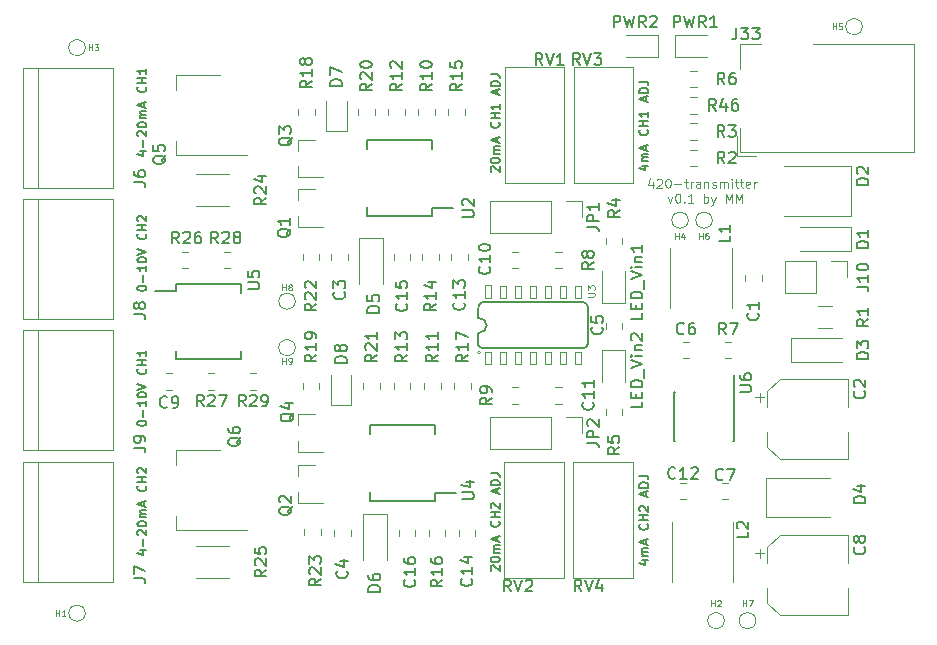
<source format=gbr>
G04 #@! TF.GenerationSoftware,KiCad,Pcbnew,5.1.3-ffb9f22~84~ubuntu19.04.1*
G04 #@! TF.CreationDate,2019-08-06T17:14:25+02:00*
G04 #@! TF.ProjectId,420-transmitter,3432302d-7472-4616-9e73-6d6974746572,rev?*
G04 #@! TF.SameCoordinates,Original*
G04 #@! TF.FileFunction,Legend,Top*
G04 #@! TF.FilePolarity,Positive*
%FSLAX46Y46*%
G04 Gerber Fmt 4.6, Leading zero omitted, Abs format (unit mm)*
G04 Created by KiCad (PCBNEW 5.1.3-ffb9f22~84~ubuntu19.04.1) date 2019-08-06 17:14:25*
%MOMM*%
%LPD*%
G04 APERTURE LIST*
%ADD10C,0.119380*%
%ADD11C,0.127000*%
%ADD12C,0.120000*%
%ADD13C,0.066040*%
%ADD14C,0.203200*%
%ADD15C,0.100000*%
%ADD16C,0.150000*%
%ADD17C,0.050800*%
%ADD18C,0.101600*%
G04 APERTURE END LIST*
D10*
X190971714Y-68801524D02*
X190971714Y-69309524D01*
X190790285Y-68511238D02*
X190608857Y-69055524D01*
X191080571Y-69055524D01*
X191334571Y-68620095D02*
X191370857Y-68583810D01*
X191443428Y-68547524D01*
X191624857Y-68547524D01*
X191697428Y-68583810D01*
X191733714Y-68620095D01*
X191770000Y-68692667D01*
X191770000Y-68765238D01*
X191733714Y-68874095D01*
X191298285Y-69309524D01*
X191770000Y-69309524D01*
X192241714Y-68547524D02*
X192314285Y-68547524D01*
X192386857Y-68583810D01*
X192423142Y-68620095D01*
X192459428Y-68692667D01*
X192495714Y-68837810D01*
X192495714Y-69019238D01*
X192459428Y-69164381D01*
X192423142Y-69236952D01*
X192386857Y-69273238D01*
X192314285Y-69309524D01*
X192241714Y-69309524D01*
X192169142Y-69273238D01*
X192132857Y-69236952D01*
X192096571Y-69164381D01*
X192060285Y-69019238D01*
X192060285Y-68837810D01*
X192096571Y-68692667D01*
X192132857Y-68620095D01*
X192169142Y-68583810D01*
X192241714Y-68547524D01*
X192822285Y-69019238D02*
X193402857Y-69019238D01*
X193656857Y-68801524D02*
X193947142Y-68801524D01*
X193765714Y-68547524D02*
X193765714Y-69200667D01*
X193802000Y-69273238D01*
X193874571Y-69309524D01*
X193947142Y-69309524D01*
X194201142Y-69309524D02*
X194201142Y-68801524D01*
X194201142Y-68946667D02*
X194237428Y-68874095D01*
X194273714Y-68837810D01*
X194346285Y-68801524D01*
X194418857Y-68801524D01*
X194999428Y-69309524D02*
X194999428Y-68910381D01*
X194963142Y-68837810D01*
X194890571Y-68801524D01*
X194745428Y-68801524D01*
X194672857Y-68837810D01*
X194999428Y-69273238D02*
X194926857Y-69309524D01*
X194745428Y-69309524D01*
X194672857Y-69273238D01*
X194636571Y-69200667D01*
X194636571Y-69128095D01*
X194672857Y-69055524D01*
X194745428Y-69019238D01*
X194926857Y-69019238D01*
X194999428Y-68982952D01*
X195362285Y-68801524D02*
X195362285Y-69309524D01*
X195362285Y-68874095D02*
X195398571Y-68837810D01*
X195471142Y-68801524D01*
X195580000Y-68801524D01*
X195652571Y-68837810D01*
X195688857Y-68910381D01*
X195688857Y-69309524D01*
X196015428Y-69273238D02*
X196088000Y-69309524D01*
X196233142Y-69309524D01*
X196305714Y-69273238D01*
X196342000Y-69200667D01*
X196342000Y-69164381D01*
X196305714Y-69091810D01*
X196233142Y-69055524D01*
X196124285Y-69055524D01*
X196051714Y-69019238D01*
X196015428Y-68946667D01*
X196015428Y-68910381D01*
X196051714Y-68837810D01*
X196124285Y-68801524D01*
X196233142Y-68801524D01*
X196305714Y-68837810D01*
X196668571Y-69309524D02*
X196668571Y-68801524D01*
X196668571Y-68874095D02*
X196704857Y-68837810D01*
X196777428Y-68801524D01*
X196886285Y-68801524D01*
X196958857Y-68837810D01*
X196995142Y-68910381D01*
X196995142Y-69309524D01*
X196995142Y-68910381D02*
X197031428Y-68837810D01*
X197104000Y-68801524D01*
X197212857Y-68801524D01*
X197285428Y-68837810D01*
X197321714Y-68910381D01*
X197321714Y-69309524D01*
X197684571Y-69309524D02*
X197684571Y-68801524D01*
X197684571Y-68547524D02*
X197648285Y-68583810D01*
X197684571Y-68620095D01*
X197720857Y-68583810D01*
X197684571Y-68547524D01*
X197684571Y-68620095D01*
X197938571Y-68801524D02*
X198228857Y-68801524D01*
X198047428Y-68547524D02*
X198047428Y-69200667D01*
X198083714Y-69273238D01*
X198156285Y-69309524D01*
X198228857Y-69309524D01*
X198374000Y-68801524D02*
X198664285Y-68801524D01*
X198482857Y-68547524D02*
X198482857Y-69200667D01*
X198519142Y-69273238D01*
X198591714Y-69309524D01*
X198664285Y-69309524D01*
X199208571Y-69273238D02*
X199136000Y-69309524D01*
X198990857Y-69309524D01*
X198918285Y-69273238D01*
X198882000Y-69200667D01*
X198882000Y-68910381D01*
X198918285Y-68837810D01*
X198990857Y-68801524D01*
X199136000Y-68801524D01*
X199208571Y-68837810D01*
X199244857Y-68910381D01*
X199244857Y-68982952D01*
X198882000Y-69055524D01*
X199571428Y-69309524D02*
X199571428Y-68801524D01*
X199571428Y-68946667D02*
X199607714Y-68874095D01*
X199644000Y-68837810D01*
X199716571Y-68801524D01*
X199789142Y-68801524D01*
X192278000Y-70063904D02*
X192459428Y-70571904D01*
X192640857Y-70063904D01*
X193076285Y-69809904D02*
X193148857Y-69809904D01*
X193221428Y-69846190D01*
X193257714Y-69882475D01*
X193294000Y-69955047D01*
X193330285Y-70100190D01*
X193330285Y-70281618D01*
X193294000Y-70426761D01*
X193257714Y-70499332D01*
X193221428Y-70535618D01*
X193148857Y-70571904D01*
X193076285Y-70571904D01*
X193003714Y-70535618D01*
X192967428Y-70499332D01*
X192931142Y-70426761D01*
X192894857Y-70281618D01*
X192894857Y-70100190D01*
X192931142Y-69955047D01*
X192967428Y-69882475D01*
X193003714Y-69846190D01*
X193076285Y-69809904D01*
X193656857Y-70499332D02*
X193693142Y-70535618D01*
X193656857Y-70571904D01*
X193620571Y-70535618D01*
X193656857Y-70499332D01*
X193656857Y-70571904D01*
X194418857Y-70571904D02*
X193983428Y-70571904D01*
X194201142Y-70571904D02*
X194201142Y-69809904D01*
X194128571Y-69918761D01*
X194056000Y-69991332D01*
X193983428Y-70027618D01*
X195326000Y-70571904D02*
X195326000Y-69809904D01*
X195326000Y-70100190D02*
X195398571Y-70063904D01*
X195543714Y-70063904D01*
X195616285Y-70100190D01*
X195652571Y-70136475D01*
X195688857Y-70209047D01*
X195688857Y-70426761D01*
X195652571Y-70499332D01*
X195616285Y-70535618D01*
X195543714Y-70571904D01*
X195398571Y-70571904D01*
X195326000Y-70535618D01*
X195942857Y-70063904D02*
X196124285Y-70571904D01*
X196305714Y-70063904D02*
X196124285Y-70571904D01*
X196051714Y-70753332D01*
X196015428Y-70789618D01*
X195942857Y-70825904D01*
X197176571Y-70571904D02*
X197176571Y-69809904D01*
X197430571Y-70354190D01*
X197684571Y-69809904D01*
X197684571Y-70571904D01*
X198047428Y-70571904D02*
X198047428Y-69809904D01*
X198301428Y-70354190D01*
X198555428Y-69809904D01*
X198555428Y-70571904D01*
D11*
X177328285Y-67941371D02*
X177292000Y-67905085D01*
X177255714Y-67832514D01*
X177255714Y-67651085D01*
X177292000Y-67578514D01*
X177328285Y-67542228D01*
X177400857Y-67505942D01*
X177473428Y-67505942D01*
X177582285Y-67542228D01*
X178017714Y-67977657D01*
X178017714Y-67505942D01*
X177255714Y-67034228D02*
X177255714Y-66961657D01*
X177292000Y-66889085D01*
X177328285Y-66852800D01*
X177400857Y-66816514D01*
X177546000Y-66780228D01*
X177727428Y-66780228D01*
X177872571Y-66816514D01*
X177945142Y-66852800D01*
X177981428Y-66889085D01*
X178017714Y-66961657D01*
X178017714Y-67034228D01*
X177981428Y-67106800D01*
X177945142Y-67143085D01*
X177872571Y-67179371D01*
X177727428Y-67215657D01*
X177546000Y-67215657D01*
X177400857Y-67179371D01*
X177328285Y-67143085D01*
X177292000Y-67106800D01*
X177255714Y-67034228D01*
X178017714Y-66453657D02*
X177509714Y-66453657D01*
X177582285Y-66453657D02*
X177546000Y-66417371D01*
X177509714Y-66344800D01*
X177509714Y-66235942D01*
X177546000Y-66163371D01*
X177618571Y-66127085D01*
X178017714Y-66127085D01*
X177618571Y-66127085D02*
X177546000Y-66090800D01*
X177509714Y-66018228D01*
X177509714Y-65909371D01*
X177546000Y-65836800D01*
X177618571Y-65800514D01*
X178017714Y-65800514D01*
X177800000Y-65473942D02*
X177800000Y-65111085D01*
X178017714Y-65546514D02*
X177255714Y-65292514D01*
X178017714Y-65038514D01*
X177945142Y-63768514D02*
X177981428Y-63804800D01*
X178017714Y-63913657D01*
X178017714Y-63986228D01*
X177981428Y-64095085D01*
X177908857Y-64167657D01*
X177836285Y-64203942D01*
X177691142Y-64240228D01*
X177582285Y-64240228D01*
X177437142Y-64203942D01*
X177364571Y-64167657D01*
X177292000Y-64095085D01*
X177255714Y-63986228D01*
X177255714Y-63913657D01*
X177292000Y-63804800D01*
X177328285Y-63768514D01*
X178017714Y-63441942D02*
X177255714Y-63441942D01*
X177618571Y-63441942D02*
X177618571Y-63006514D01*
X178017714Y-63006514D02*
X177255714Y-63006514D01*
X178017714Y-62244514D02*
X178017714Y-62679942D01*
X178017714Y-62462228D02*
X177255714Y-62462228D01*
X177364571Y-62534800D01*
X177437142Y-62607371D01*
X177473428Y-62679942D01*
X177800000Y-61373657D02*
X177800000Y-61010800D01*
X178017714Y-61446228D02*
X177255714Y-61192228D01*
X178017714Y-60938228D01*
X178017714Y-60684228D02*
X177255714Y-60684228D01*
X177255714Y-60502800D01*
X177292000Y-60393942D01*
X177364571Y-60321371D01*
X177437142Y-60285085D01*
X177582285Y-60248800D01*
X177691142Y-60248800D01*
X177836285Y-60285085D01*
X177908857Y-60321371D01*
X177981428Y-60393942D01*
X178017714Y-60502800D01*
X178017714Y-60684228D01*
X177255714Y-59704514D02*
X177800000Y-59704514D01*
X177908857Y-59740800D01*
X177981428Y-59813371D01*
X178017714Y-59922228D01*
X178017714Y-59994800D01*
X177328285Y-101723371D02*
X177292000Y-101687085D01*
X177255714Y-101614514D01*
X177255714Y-101433085D01*
X177292000Y-101360514D01*
X177328285Y-101324228D01*
X177400857Y-101287942D01*
X177473428Y-101287942D01*
X177582285Y-101324228D01*
X178017714Y-101759657D01*
X178017714Y-101287942D01*
X177255714Y-100816228D02*
X177255714Y-100743657D01*
X177292000Y-100671085D01*
X177328285Y-100634800D01*
X177400857Y-100598514D01*
X177546000Y-100562228D01*
X177727428Y-100562228D01*
X177872571Y-100598514D01*
X177945142Y-100634800D01*
X177981428Y-100671085D01*
X178017714Y-100743657D01*
X178017714Y-100816228D01*
X177981428Y-100888800D01*
X177945142Y-100925085D01*
X177872571Y-100961371D01*
X177727428Y-100997657D01*
X177546000Y-100997657D01*
X177400857Y-100961371D01*
X177328285Y-100925085D01*
X177292000Y-100888800D01*
X177255714Y-100816228D01*
X178017714Y-100235657D02*
X177509714Y-100235657D01*
X177582285Y-100235657D02*
X177546000Y-100199371D01*
X177509714Y-100126800D01*
X177509714Y-100017942D01*
X177546000Y-99945371D01*
X177618571Y-99909085D01*
X178017714Y-99909085D01*
X177618571Y-99909085D02*
X177546000Y-99872800D01*
X177509714Y-99800228D01*
X177509714Y-99691371D01*
X177546000Y-99618800D01*
X177618571Y-99582514D01*
X178017714Y-99582514D01*
X177800000Y-99255942D02*
X177800000Y-98893085D01*
X178017714Y-99328514D02*
X177255714Y-99074514D01*
X178017714Y-98820514D01*
X177945142Y-97550514D02*
X177981428Y-97586800D01*
X178017714Y-97695657D01*
X178017714Y-97768228D01*
X177981428Y-97877085D01*
X177908857Y-97949657D01*
X177836285Y-97985942D01*
X177691142Y-98022228D01*
X177582285Y-98022228D01*
X177437142Y-97985942D01*
X177364571Y-97949657D01*
X177292000Y-97877085D01*
X177255714Y-97768228D01*
X177255714Y-97695657D01*
X177292000Y-97586800D01*
X177328285Y-97550514D01*
X178017714Y-97223942D02*
X177255714Y-97223942D01*
X177618571Y-97223942D02*
X177618571Y-96788514D01*
X178017714Y-96788514D02*
X177255714Y-96788514D01*
X177328285Y-96461942D02*
X177292000Y-96425657D01*
X177255714Y-96353085D01*
X177255714Y-96171657D01*
X177292000Y-96099085D01*
X177328285Y-96062800D01*
X177400857Y-96026514D01*
X177473428Y-96026514D01*
X177582285Y-96062800D01*
X178017714Y-96498228D01*
X178017714Y-96026514D01*
X177800000Y-95155657D02*
X177800000Y-94792800D01*
X178017714Y-95228228D02*
X177255714Y-94974228D01*
X178017714Y-94720228D01*
X178017714Y-94466228D02*
X177255714Y-94466228D01*
X177255714Y-94284800D01*
X177292000Y-94175942D01*
X177364571Y-94103371D01*
X177437142Y-94067085D01*
X177582285Y-94030800D01*
X177691142Y-94030800D01*
X177836285Y-94067085D01*
X177908857Y-94103371D01*
X177981428Y-94175942D01*
X178017714Y-94284800D01*
X178017714Y-94466228D01*
X177255714Y-93486514D02*
X177800000Y-93486514D01*
X177908857Y-93522800D01*
X177981428Y-93595371D01*
X178017714Y-93704228D01*
X178017714Y-93776800D01*
X190082714Y-100870657D02*
X190590714Y-100870657D01*
X189792428Y-101052085D02*
X190336714Y-101233514D01*
X190336714Y-100761800D01*
X190590714Y-100471514D02*
X190082714Y-100471514D01*
X190155285Y-100471514D02*
X190119000Y-100435228D01*
X190082714Y-100362657D01*
X190082714Y-100253800D01*
X190119000Y-100181228D01*
X190191571Y-100144942D01*
X190590714Y-100144942D01*
X190191571Y-100144942D02*
X190119000Y-100108657D01*
X190082714Y-100036085D01*
X190082714Y-99927228D01*
X190119000Y-99854657D01*
X190191571Y-99818371D01*
X190590714Y-99818371D01*
X190373000Y-99491800D02*
X190373000Y-99128942D01*
X190590714Y-99564371D02*
X189828714Y-99310371D01*
X190590714Y-99056371D01*
X190518142Y-97786371D02*
X190554428Y-97822657D01*
X190590714Y-97931514D01*
X190590714Y-98004085D01*
X190554428Y-98112942D01*
X190481857Y-98185514D01*
X190409285Y-98221800D01*
X190264142Y-98258085D01*
X190155285Y-98258085D01*
X190010142Y-98221800D01*
X189937571Y-98185514D01*
X189865000Y-98112942D01*
X189828714Y-98004085D01*
X189828714Y-97931514D01*
X189865000Y-97822657D01*
X189901285Y-97786371D01*
X190590714Y-97459800D02*
X189828714Y-97459800D01*
X190191571Y-97459800D02*
X190191571Y-97024371D01*
X190590714Y-97024371D02*
X189828714Y-97024371D01*
X189901285Y-96697800D02*
X189865000Y-96661514D01*
X189828714Y-96588942D01*
X189828714Y-96407514D01*
X189865000Y-96334942D01*
X189901285Y-96298657D01*
X189973857Y-96262371D01*
X190046428Y-96262371D01*
X190155285Y-96298657D01*
X190590714Y-96734085D01*
X190590714Y-96262371D01*
X190373000Y-95391514D02*
X190373000Y-95028657D01*
X190590714Y-95464085D02*
X189828714Y-95210085D01*
X190590714Y-94956085D01*
X190590714Y-94702085D02*
X189828714Y-94702085D01*
X189828714Y-94520657D01*
X189865000Y-94411800D01*
X189937571Y-94339228D01*
X190010142Y-94302942D01*
X190155285Y-94266657D01*
X190264142Y-94266657D01*
X190409285Y-94302942D01*
X190481857Y-94339228D01*
X190554428Y-94411800D01*
X190590714Y-94520657D01*
X190590714Y-94702085D01*
X189828714Y-93722371D02*
X190373000Y-93722371D01*
X190481857Y-93758657D01*
X190554428Y-93831228D01*
X190590714Y-93940085D01*
X190590714Y-94012657D01*
X190082714Y-67469657D02*
X190590714Y-67469657D01*
X189792428Y-67651085D02*
X190336714Y-67832514D01*
X190336714Y-67360800D01*
X190590714Y-67070514D02*
X190082714Y-67070514D01*
X190155285Y-67070514D02*
X190119000Y-67034228D01*
X190082714Y-66961657D01*
X190082714Y-66852800D01*
X190119000Y-66780228D01*
X190191571Y-66743942D01*
X190590714Y-66743942D01*
X190191571Y-66743942D02*
X190119000Y-66707657D01*
X190082714Y-66635085D01*
X190082714Y-66526228D01*
X190119000Y-66453657D01*
X190191571Y-66417371D01*
X190590714Y-66417371D01*
X190373000Y-66090800D02*
X190373000Y-65727942D01*
X190590714Y-66163371D02*
X189828714Y-65909371D01*
X190590714Y-65655371D01*
X190518142Y-64385371D02*
X190554428Y-64421657D01*
X190590714Y-64530514D01*
X190590714Y-64603085D01*
X190554428Y-64711942D01*
X190481857Y-64784514D01*
X190409285Y-64820800D01*
X190264142Y-64857085D01*
X190155285Y-64857085D01*
X190010142Y-64820800D01*
X189937571Y-64784514D01*
X189865000Y-64711942D01*
X189828714Y-64603085D01*
X189828714Y-64530514D01*
X189865000Y-64421657D01*
X189901285Y-64385371D01*
X190590714Y-64058800D02*
X189828714Y-64058800D01*
X190191571Y-64058800D02*
X190191571Y-63623371D01*
X190590714Y-63623371D02*
X189828714Y-63623371D01*
X190590714Y-62861371D02*
X190590714Y-63296800D01*
X190590714Y-63079085D02*
X189828714Y-63079085D01*
X189937571Y-63151657D01*
X190010142Y-63224228D01*
X190046428Y-63296800D01*
X190373000Y-61990514D02*
X190373000Y-61627657D01*
X190590714Y-62063085D02*
X189828714Y-61809085D01*
X190590714Y-61555085D01*
X190590714Y-61301085D02*
X189828714Y-61301085D01*
X189828714Y-61119657D01*
X189865000Y-61010800D01*
X189937571Y-60938228D01*
X190010142Y-60901942D01*
X190155285Y-60865657D01*
X190264142Y-60865657D01*
X190409285Y-60901942D01*
X190481857Y-60938228D01*
X190554428Y-61010800D01*
X190590714Y-61119657D01*
X190590714Y-61301085D01*
X189828714Y-60321371D02*
X190373000Y-60321371D01*
X190481857Y-60357657D01*
X190554428Y-60430228D01*
X190590714Y-60539085D01*
X190590714Y-60611657D01*
X147359604Y-77847371D02*
X147359604Y-77774800D01*
X147395890Y-77702228D01*
X147432175Y-77665942D01*
X147504747Y-77629657D01*
X147649890Y-77593371D01*
X147831318Y-77593371D01*
X147976461Y-77629657D01*
X148049032Y-77665942D01*
X148085318Y-77702228D01*
X148121604Y-77774800D01*
X148121604Y-77847371D01*
X148085318Y-77919942D01*
X148049032Y-77956228D01*
X147976461Y-77992514D01*
X147831318Y-78028800D01*
X147649890Y-78028800D01*
X147504747Y-77992514D01*
X147432175Y-77956228D01*
X147395890Y-77919942D01*
X147359604Y-77847371D01*
X147831318Y-77266800D02*
X147831318Y-76686228D01*
X148121604Y-75924228D02*
X148121604Y-76359657D01*
X148121604Y-76141942D02*
X147359604Y-76141942D01*
X147468461Y-76214514D01*
X147541032Y-76287085D01*
X147577318Y-76359657D01*
X147359604Y-75452514D02*
X147359604Y-75379942D01*
X147395890Y-75307371D01*
X147432175Y-75271085D01*
X147504747Y-75234800D01*
X147649890Y-75198514D01*
X147831318Y-75198514D01*
X147976461Y-75234800D01*
X148049032Y-75271085D01*
X148085318Y-75307371D01*
X148121604Y-75379942D01*
X148121604Y-75452514D01*
X148085318Y-75525085D01*
X148049032Y-75561371D01*
X147976461Y-75597657D01*
X147831318Y-75633942D01*
X147649890Y-75633942D01*
X147504747Y-75597657D01*
X147432175Y-75561371D01*
X147395890Y-75525085D01*
X147359604Y-75452514D01*
X147359604Y-74980800D02*
X148121604Y-74726800D01*
X147359604Y-74472800D01*
X148049032Y-73202800D02*
X148085318Y-73239085D01*
X148121604Y-73347942D01*
X148121604Y-73420514D01*
X148085318Y-73529371D01*
X148012747Y-73601942D01*
X147940175Y-73638228D01*
X147795032Y-73674514D01*
X147686175Y-73674514D01*
X147541032Y-73638228D01*
X147468461Y-73601942D01*
X147395890Y-73529371D01*
X147359604Y-73420514D01*
X147359604Y-73347942D01*
X147395890Y-73239085D01*
X147432175Y-73202800D01*
X148121604Y-72876228D02*
X147359604Y-72876228D01*
X147722461Y-72876228D02*
X147722461Y-72440800D01*
X148121604Y-72440800D02*
X147359604Y-72440800D01*
X147432175Y-72114228D02*
X147395890Y-72077942D01*
X147359604Y-72005371D01*
X147359604Y-71823942D01*
X147395890Y-71751371D01*
X147432175Y-71715085D01*
X147504747Y-71678800D01*
X147577318Y-71678800D01*
X147686175Y-71715085D01*
X148121604Y-72150514D01*
X148121604Y-71678800D01*
X147359604Y-89277371D02*
X147359604Y-89204800D01*
X147395890Y-89132228D01*
X147432175Y-89095942D01*
X147504747Y-89059657D01*
X147649890Y-89023371D01*
X147831318Y-89023371D01*
X147976461Y-89059657D01*
X148049032Y-89095942D01*
X148085318Y-89132228D01*
X148121604Y-89204800D01*
X148121604Y-89277371D01*
X148085318Y-89349942D01*
X148049032Y-89386228D01*
X147976461Y-89422514D01*
X147831318Y-89458800D01*
X147649890Y-89458800D01*
X147504747Y-89422514D01*
X147432175Y-89386228D01*
X147395890Y-89349942D01*
X147359604Y-89277371D01*
X147831318Y-88696800D02*
X147831318Y-88116228D01*
X148121604Y-87354228D02*
X148121604Y-87789657D01*
X148121604Y-87571942D02*
X147359604Y-87571942D01*
X147468461Y-87644514D01*
X147541032Y-87717085D01*
X147577318Y-87789657D01*
X147359604Y-86882514D02*
X147359604Y-86809942D01*
X147395890Y-86737371D01*
X147432175Y-86701085D01*
X147504747Y-86664800D01*
X147649890Y-86628514D01*
X147831318Y-86628514D01*
X147976461Y-86664800D01*
X148049032Y-86701085D01*
X148085318Y-86737371D01*
X148121604Y-86809942D01*
X148121604Y-86882514D01*
X148085318Y-86955085D01*
X148049032Y-86991371D01*
X147976461Y-87027657D01*
X147831318Y-87063942D01*
X147649890Y-87063942D01*
X147504747Y-87027657D01*
X147432175Y-86991371D01*
X147395890Y-86955085D01*
X147359604Y-86882514D01*
X147359604Y-86410800D02*
X148121604Y-86156800D01*
X147359604Y-85902800D01*
X148049032Y-84632800D02*
X148085318Y-84669085D01*
X148121604Y-84777942D01*
X148121604Y-84850514D01*
X148085318Y-84959371D01*
X148012747Y-85031942D01*
X147940175Y-85068228D01*
X147795032Y-85104514D01*
X147686175Y-85104514D01*
X147541032Y-85068228D01*
X147468461Y-85031942D01*
X147395890Y-84959371D01*
X147359604Y-84850514D01*
X147359604Y-84777942D01*
X147395890Y-84669085D01*
X147432175Y-84632800D01*
X148121604Y-84306228D02*
X147359604Y-84306228D01*
X147722461Y-84306228D02*
X147722461Y-83870800D01*
X148121604Y-83870800D02*
X147359604Y-83870800D01*
X148121604Y-83108800D02*
X148121604Y-83544228D01*
X148121604Y-83326514D02*
X147359604Y-83326514D01*
X147468461Y-83399085D01*
X147541032Y-83471657D01*
X147577318Y-83544228D01*
X147613604Y-100017942D02*
X148121604Y-100017942D01*
X147323318Y-100199371D02*
X147867604Y-100380800D01*
X147867604Y-99909085D01*
X147831318Y-99618800D02*
X147831318Y-99038228D01*
X147432175Y-98711657D02*
X147395890Y-98675371D01*
X147359604Y-98602800D01*
X147359604Y-98421371D01*
X147395890Y-98348800D01*
X147432175Y-98312514D01*
X147504747Y-98276228D01*
X147577318Y-98276228D01*
X147686175Y-98312514D01*
X148121604Y-98747942D01*
X148121604Y-98276228D01*
X147359604Y-97804514D02*
X147359604Y-97731942D01*
X147395890Y-97659371D01*
X147432175Y-97623085D01*
X147504747Y-97586800D01*
X147649890Y-97550514D01*
X147831318Y-97550514D01*
X147976461Y-97586800D01*
X148049032Y-97623085D01*
X148085318Y-97659371D01*
X148121604Y-97731942D01*
X148121604Y-97804514D01*
X148085318Y-97877085D01*
X148049032Y-97913371D01*
X147976461Y-97949657D01*
X147831318Y-97985942D01*
X147649890Y-97985942D01*
X147504747Y-97949657D01*
X147432175Y-97913371D01*
X147395890Y-97877085D01*
X147359604Y-97804514D01*
X148121604Y-97223942D02*
X147613604Y-97223942D01*
X147686175Y-97223942D02*
X147649890Y-97187657D01*
X147613604Y-97115085D01*
X147613604Y-97006228D01*
X147649890Y-96933657D01*
X147722461Y-96897371D01*
X148121604Y-96897371D01*
X147722461Y-96897371D02*
X147649890Y-96861085D01*
X147613604Y-96788514D01*
X147613604Y-96679657D01*
X147649890Y-96607085D01*
X147722461Y-96570800D01*
X148121604Y-96570800D01*
X147903890Y-96244228D02*
X147903890Y-95881371D01*
X148121604Y-96316800D02*
X147359604Y-96062800D01*
X148121604Y-95808800D01*
X148049032Y-94538800D02*
X148085318Y-94575085D01*
X148121604Y-94683942D01*
X148121604Y-94756514D01*
X148085318Y-94865371D01*
X148012747Y-94937942D01*
X147940175Y-94974228D01*
X147795032Y-95010514D01*
X147686175Y-95010514D01*
X147541032Y-94974228D01*
X147468461Y-94937942D01*
X147395890Y-94865371D01*
X147359604Y-94756514D01*
X147359604Y-94683942D01*
X147395890Y-94575085D01*
X147432175Y-94538800D01*
X148121604Y-94212228D02*
X147359604Y-94212228D01*
X147722461Y-94212228D02*
X147722461Y-93776800D01*
X148121604Y-93776800D02*
X147359604Y-93776800D01*
X147432175Y-93450228D02*
X147395890Y-93413942D01*
X147359604Y-93341371D01*
X147359604Y-93159942D01*
X147395890Y-93087371D01*
X147432175Y-93051085D01*
X147504747Y-93014800D01*
X147577318Y-93014800D01*
X147686175Y-93051085D01*
X148121604Y-93486514D01*
X148121604Y-93014800D01*
X147613604Y-66235942D02*
X148121604Y-66235942D01*
X147323318Y-66417371D02*
X147867604Y-66598800D01*
X147867604Y-66127085D01*
X147831318Y-65836800D02*
X147831318Y-65256228D01*
X147432175Y-64929657D02*
X147395890Y-64893371D01*
X147359604Y-64820800D01*
X147359604Y-64639371D01*
X147395890Y-64566800D01*
X147432175Y-64530514D01*
X147504747Y-64494228D01*
X147577318Y-64494228D01*
X147686175Y-64530514D01*
X148121604Y-64965942D01*
X148121604Y-64494228D01*
X147359604Y-64022514D02*
X147359604Y-63949942D01*
X147395890Y-63877371D01*
X147432175Y-63841085D01*
X147504747Y-63804800D01*
X147649890Y-63768514D01*
X147831318Y-63768514D01*
X147976461Y-63804800D01*
X148049032Y-63841085D01*
X148085318Y-63877371D01*
X148121604Y-63949942D01*
X148121604Y-64022514D01*
X148085318Y-64095085D01*
X148049032Y-64131371D01*
X147976461Y-64167657D01*
X147831318Y-64203942D01*
X147649890Y-64203942D01*
X147504747Y-64167657D01*
X147432175Y-64131371D01*
X147395890Y-64095085D01*
X147359604Y-64022514D01*
X148121604Y-63441942D02*
X147613604Y-63441942D01*
X147686175Y-63441942D02*
X147649890Y-63405657D01*
X147613604Y-63333085D01*
X147613604Y-63224228D01*
X147649890Y-63151657D01*
X147722461Y-63115371D01*
X148121604Y-63115371D01*
X147722461Y-63115371D02*
X147649890Y-63079085D01*
X147613604Y-63006514D01*
X147613604Y-62897657D01*
X147649890Y-62825085D01*
X147722461Y-62788800D01*
X148121604Y-62788800D01*
X147903890Y-62462228D02*
X147903890Y-62099371D01*
X148121604Y-62534800D02*
X147359604Y-62280800D01*
X148121604Y-62026800D01*
X148049032Y-60756800D02*
X148085318Y-60793085D01*
X148121604Y-60901942D01*
X148121604Y-60974514D01*
X148085318Y-61083371D01*
X148012747Y-61155942D01*
X147940175Y-61192228D01*
X147795032Y-61228514D01*
X147686175Y-61228514D01*
X147541032Y-61192228D01*
X147468461Y-61155942D01*
X147395890Y-61083371D01*
X147359604Y-60974514D01*
X147359604Y-60901942D01*
X147395890Y-60793085D01*
X147432175Y-60756800D01*
X148121604Y-60430228D02*
X147359604Y-60430228D01*
X147722461Y-60430228D02*
X147722461Y-59994800D01*
X148121604Y-59994800D02*
X147359604Y-59994800D01*
X148121604Y-59232800D02*
X148121604Y-59668228D01*
X148121604Y-59450514D02*
X147359604Y-59450514D01*
X147468461Y-59523085D01*
X147541032Y-59595657D01*
X147577318Y-59668228D01*
D12*
X202666000Y-84058000D02*
X206966000Y-84058000D01*
X202666000Y-82058000D02*
X202666000Y-84058000D01*
X206966000Y-82058000D02*
X202666000Y-82058000D01*
X186701000Y-83074800D02*
X186701000Y-85759800D01*
X188621000Y-83074800D02*
X186701000Y-83074800D01*
X188621000Y-85759800D02*
X188621000Y-83074800D01*
X188621000Y-79078800D02*
X188621000Y-76393800D01*
X186701000Y-79078800D02*
X188621000Y-79078800D01*
X186701000Y-76393800D02*
X186701000Y-79078800D01*
X191423000Y-56368000D02*
X188738000Y-56368000D01*
X191423000Y-58288000D02*
X191423000Y-56368000D01*
X188738000Y-58288000D02*
X191423000Y-58288000D01*
X192879000Y-58288000D02*
X195564000Y-58288000D01*
X192879000Y-56368000D02*
X192879000Y-58288000D01*
X195564000Y-56368000D02*
X192879000Y-56368000D01*
X192599000Y-97576800D02*
X192599000Y-102676800D01*
X197799000Y-97576800D02*
X197799000Y-102676800D01*
X192472000Y-74412000D02*
X192472000Y-79512000D01*
X197672000Y-74412000D02*
X197672000Y-79512000D01*
X137668000Y-70290266D02*
X137668000Y-80450266D01*
X145288000Y-70290266D02*
X137668000Y-70290266D01*
X145288000Y-80450266D02*
X145288000Y-70290266D01*
X137668000Y-80450266D02*
X145288000Y-80450266D01*
X138938000Y-80450266D02*
X138938000Y-70290266D01*
X137668000Y-59182000D02*
X137668000Y-69342000D01*
X145288000Y-59182000D02*
X137668000Y-59182000D01*
X145288000Y-69342000D02*
X145288000Y-59182000D01*
X137668000Y-69342000D02*
X145288000Y-69342000D01*
X138938000Y-69342000D02*
X138938000Y-59182000D01*
X137668000Y-92506800D02*
X137668000Y-102666800D01*
X145288000Y-92506800D02*
X137668000Y-92506800D01*
X145288000Y-102666800D02*
X145288000Y-92506800D01*
X137668000Y-102666800D02*
X145288000Y-102666800D01*
X138938000Y-102666800D02*
X138938000Y-92506800D01*
X137668000Y-81398532D02*
X137668000Y-91558532D01*
X145288000Y-81398532D02*
X137668000Y-81398532D01*
X145288000Y-91558532D02*
X145288000Y-81398532D01*
X137668000Y-91558532D02*
X145288000Y-91558532D01*
X138938000Y-91558532D02*
X138938000Y-81398532D01*
X178440000Y-59123000D02*
X183510000Y-59123000D01*
X178440000Y-68893000D02*
X183510000Y-68893000D01*
X183510000Y-68893000D02*
X183510000Y-59123000D01*
X178440000Y-68893000D02*
X178440000Y-59123000D01*
X184282000Y-59123000D02*
X189352000Y-59123000D01*
X184282000Y-68893000D02*
X189352000Y-68893000D01*
X189352000Y-68893000D02*
X189352000Y-59123000D01*
X184282000Y-68893000D02*
X184282000Y-59123000D01*
X183500000Y-102345000D02*
X178430000Y-102345000D01*
X183500000Y-92575000D02*
X178430000Y-92575000D01*
X178430000Y-92575000D02*
X178430000Y-102345000D01*
X183500000Y-92575000D02*
X183500000Y-102345000D01*
X189342000Y-102345000D02*
X184272000Y-102345000D01*
X189342000Y-92575000D02*
X184272000Y-92575000D01*
X184272000Y-92575000D02*
X184272000Y-102345000D01*
X189342000Y-92575000D02*
X189342000Y-102345000D01*
X207396000Y-75552000D02*
X207396000Y-76882000D01*
X206066000Y-75552000D02*
X207396000Y-75552000D01*
X204796000Y-75552000D02*
X204796000Y-78212000D01*
X204796000Y-78212000D02*
X202196000Y-78212000D01*
X204796000Y-75552000D02*
X202196000Y-75552000D01*
X202196000Y-75552000D02*
X202196000Y-78212000D01*
D13*
X176784000Y-84251800D02*
X177292000Y-84251800D01*
X177292000Y-84251800D02*
X177292000Y-83223100D01*
X176784000Y-83223100D02*
X177292000Y-83223100D01*
X176784000Y-84251800D02*
X176784000Y-83223100D01*
X178054000Y-84251800D02*
X178562000Y-84251800D01*
X178562000Y-84251800D02*
X178562000Y-83223100D01*
X178054000Y-83223100D02*
X178562000Y-83223100D01*
X178054000Y-84251800D02*
X178054000Y-83223100D01*
X179324000Y-84251800D02*
X179832000Y-84251800D01*
X179832000Y-84251800D02*
X179832000Y-83223100D01*
X179324000Y-83223100D02*
X179832000Y-83223100D01*
X179324000Y-84251800D02*
X179324000Y-83223100D01*
X180594000Y-84251800D02*
X181102000Y-84251800D01*
X181102000Y-84251800D02*
X181102000Y-83223100D01*
X180594000Y-83223100D02*
X181102000Y-83223100D01*
X180594000Y-84251800D02*
X180594000Y-83223100D01*
X181864000Y-84251800D02*
X182372000Y-84251800D01*
X182372000Y-84251800D02*
X182372000Y-83223100D01*
X181864000Y-83223100D02*
X182372000Y-83223100D01*
X181864000Y-84251800D02*
X181864000Y-83223100D01*
X183134000Y-84251800D02*
X183642000Y-84251800D01*
X183642000Y-84251800D02*
X183642000Y-83223100D01*
X183134000Y-83223100D02*
X183642000Y-83223100D01*
X183134000Y-84251800D02*
X183134000Y-83223100D01*
X184404000Y-84251800D02*
X184912000Y-84251800D01*
X184912000Y-84251800D02*
X184912000Y-83223100D01*
X184404000Y-83223100D02*
X184912000Y-83223100D01*
X184404000Y-84251800D02*
X184404000Y-83223100D01*
X176784000Y-78663800D02*
X177292000Y-78663800D01*
X177292000Y-78663800D02*
X177292000Y-77584300D01*
X176784000Y-77584300D02*
X177292000Y-77584300D01*
X176784000Y-78663800D02*
X176784000Y-77584300D01*
X178054000Y-78663800D02*
X178562000Y-78663800D01*
X178562000Y-78663800D02*
X178562000Y-77647800D01*
X178054000Y-77647800D02*
X178562000Y-77647800D01*
X178054000Y-78663800D02*
X178054000Y-77647800D01*
X179324000Y-78663800D02*
X179832000Y-78663800D01*
X179832000Y-78663800D02*
X179832000Y-77647800D01*
X179324000Y-77647800D02*
X179832000Y-77647800D01*
X179324000Y-78663800D02*
X179324000Y-77647800D01*
X180594000Y-78663800D02*
X181102000Y-78663800D01*
X181102000Y-78663800D02*
X181102000Y-77647800D01*
X180594000Y-77647800D02*
X181102000Y-77647800D01*
X180594000Y-78663800D02*
X180594000Y-77647800D01*
X181864000Y-78663800D02*
X182372000Y-78663800D01*
X182372000Y-78663800D02*
X182372000Y-77647800D01*
X181864000Y-77647800D02*
X182372000Y-77647800D01*
X181864000Y-78663800D02*
X181864000Y-77647800D01*
X183134000Y-78663800D02*
X183642000Y-78663800D01*
X183642000Y-78663800D02*
X183642000Y-77647800D01*
X183134000Y-77647800D02*
X183642000Y-77647800D01*
X183134000Y-78663800D02*
X183134000Y-77647800D01*
X184404000Y-78663800D02*
X184912000Y-78663800D01*
X184912000Y-78663800D02*
X184912000Y-77647800D01*
X184404000Y-77647800D02*
X184912000Y-77647800D01*
X184404000Y-78663800D02*
X184404000Y-77647800D01*
D14*
X185089800Y-79004160D02*
X176606200Y-79004160D01*
X176606200Y-82895440D02*
X185188860Y-82895440D01*
X185470800Y-82514440D02*
X185470800Y-79385160D01*
X176225200Y-79499460D02*
X176225200Y-80340200D01*
X176225200Y-82613500D02*
X176225200Y-81610200D01*
D15*
X176430460Y-83261200D02*
G75*
G03X176430460Y-83261200I-154460J0D01*
G01*
D14*
X185186320Y-82895440D02*
G75*
G03X185470800Y-82514440I-48260J332740D01*
G01*
X176606200Y-79004160D02*
G75*
G03X176225200Y-79486760I50800J-431800D01*
G01*
X185470800Y-79385160D02*
G75*
G03X185089800Y-79004160I-381000J0D01*
G01*
X176227740Y-82613500D02*
G75*
G03X176606200Y-82895440I330200J48260D01*
G01*
X176276000Y-81610200D02*
G75*
G03X176276000Y-80340200I0J635000D01*
G01*
D12*
X204590000Y-57122000D02*
X213090000Y-57122000D01*
X213090000Y-57122000D02*
X213090000Y-66322000D01*
X213090000Y-66322000D02*
X198390000Y-66322000D01*
X198390000Y-59222000D02*
X198390000Y-57122000D01*
X198390000Y-57122000D02*
X200190000Y-57122000D01*
X198090000Y-64922000D02*
X198090000Y-66622000D01*
X198090000Y-66622000D02*
X199690000Y-66622000D01*
X198390000Y-66322000D02*
X198390000Y-64222000D01*
X156627000Y-66579800D02*
X150617000Y-66579800D01*
X154377000Y-59759800D02*
X150617000Y-59759800D01*
X150617000Y-66579800D02*
X150617000Y-65319800D01*
X150617000Y-59759800D02*
X150617000Y-61019800D01*
X156627000Y-98329800D02*
X150617000Y-98329800D01*
X154377000Y-91509800D02*
X150617000Y-91509800D01*
X150617000Y-98329800D02*
X150617000Y-97069800D01*
X150617000Y-91509800D02*
X150617000Y-92769800D01*
X160926000Y-69444000D02*
X162386000Y-69444000D01*
X160926000Y-72604000D02*
X163086000Y-72604000D01*
X160926000Y-72604000D02*
X160926000Y-71674000D01*
X160926000Y-69444000D02*
X160926000Y-70374000D01*
X160926000Y-92831800D02*
X162386000Y-92831800D01*
X160926000Y-95991800D02*
X163086000Y-95991800D01*
X160926000Y-95991800D02*
X160926000Y-95061800D01*
X160926000Y-92831800D02*
X160926000Y-93761800D01*
X160926000Y-65253000D02*
X162386000Y-65253000D01*
X160926000Y-68413000D02*
X163086000Y-68413000D01*
X160926000Y-68413000D02*
X160926000Y-67483000D01*
X160926000Y-65253000D02*
X160926000Y-66183000D01*
X160926000Y-88494000D02*
X162386000Y-88494000D01*
X160926000Y-91654000D02*
X163086000Y-91654000D01*
X160926000Y-91654000D02*
X160926000Y-90724000D01*
X160926000Y-88494000D02*
X160926000Y-89424000D01*
X207766000Y-71746000D02*
X202066000Y-71746000D01*
X207766000Y-67446000D02*
X202066000Y-67446000D01*
X207766000Y-71746000D02*
X207766000Y-67446000D01*
X204983936Y-81174000D02*
X206188064Y-81174000D01*
X204983936Y-79354000D02*
X206188064Y-79354000D01*
X194690578Y-61631500D02*
X194173422Y-61631500D01*
X194690578Y-63051500D02*
X194173422Y-63051500D01*
X200562000Y-93854000D02*
X205962000Y-93854000D01*
X200562000Y-97154000D02*
X205962000Y-97154000D01*
X200562000Y-93854000D02*
X200562000Y-97154000D01*
D16*
X150590000Y-78100000D02*
X148840000Y-78100000D01*
X150590000Y-83855000D02*
X156090000Y-83855000D01*
X150590000Y-77445000D02*
X156090000Y-77445000D01*
X150590000Y-83855000D02*
X150590000Y-83105000D01*
X156090000Y-83855000D02*
X156090000Y-83105000D01*
X156090000Y-77445000D02*
X156090000Y-78195000D01*
X150590000Y-77445000D02*
X150590000Y-78100000D01*
X172295000Y-71053800D02*
X174045000Y-71053800D01*
X172295000Y-65298800D02*
X166795000Y-65298800D01*
X172295000Y-71708800D02*
X166795000Y-71708800D01*
X172295000Y-65298800D02*
X172295000Y-66048800D01*
X166795000Y-65298800D02*
X166795000Y-66048800D01*
X166795000Y-71708800D02*
X166795000Y-70958800D01*
X172295000Y-71708800D02*
X172295000Y-71053800D01*
D12*
X152344936Y-70879800D02*
X155149064Y-70879800D01*
X152344936Y-68159800D02*
X155149064Y-68159800D01*
X149779422Y-86440000D02*
X150296578Y-86440000D01*
X149779422Y-85020000D02*
X150296578Y-85020000D01*
X153852578Y-85020000D02*
X153335422Y-85020000D01*
X153852578Y-86440000D02*
X153335422Y-86440000D01*
X157408578Y-85020000D02*
X156891422Y-85020000D01*
X157408578Y-86440000D02*
X156891422Y-86440000D01*
X152344936Y-102375800D02*
X155149064Y-102375800D01*
X152344936Y-99655800D02*
X155149064Y-99655800D01*
X162376000Y-63174578D02*
X162376000Y-62657422D01*
X160956000Y-63174578D02*
X160956000Y-62657422D01*
X167458000Y-63174578D02*
X167458000Y-62657422D01*
X166038000Y-63174578D02*
X166038000Y-62657422D01*
X168579000Y-62657422D02*
X168579000Y-63174578D01*
X169999000Y-62657422D02*
X169999000Y-63174578D01*
X171120000Y-62657422D02*
X171120000Y-63174578D01*
X172540000Y-62657422D02*
X172540000Y-63174578D01*
X173661000Y-62657422D02*
X173661000Y-63174578D01*
X175081000Y-62657422D02*
X175081000Y-63174578D01*
X162762000Y-75442578D02*
X162762000Y-74925422D01*
X161342000Y-75442578D02*
X161342000Y-74925422D01*
X163776600Y-74925422D02*
X163776600Y-75442578D01*
X165196600Y-74925422D02*
X165196600Y-75442578D01*
X168121200Y-73604000D02*
X168121200Y-77504000D01*
X166121200Y-73604000D02*
X166121200Y-77504000D01*
X168121200Y-73604000D02*
X166121200Y-73604000D01*
X170465800Y-75442578D02*
X170465800Y-74925422D01*
X169045800Y-75442578D02*
X169045800Y-74925422D01*
X171480400Y-74925422D02*
X171480400Y-75442578D01*
X172900400Y-74925422D02*
X172900400Y-75442578D01*
X173915000Y-74925422D02*
X173915000Y-75442578D01*
X175335000Y-74925422D02*
X175335000Y-75442578D01*
X151642578Y-74728000D02*
X151125422Y-74728000D01*
X151642578Y-76148000D02*
X151125422Y-76148000D01*
X155198578Y-74728000D02*
X154681422Y-74728000D01*
X155198578Y-76148000D02*
X154681422Y-76148000D01*
X162762000Y-86364578D02*
X162762000Y-85847422D01*
X161342000Y-86364578D02*
X161342000Y-85847422D01*
X163357000Y-64496000D02*
X163357000Y-61946000D01*
X165057000Y-64496000D02*
X165057000Y-61946000D01*
X163357000Y-64496000D02*
X165057000Y-64496000D01*
X163767400Y-87686000D02*
X163767400Y-85136000D01*
X165467400Y-87686000D02*
X165467400Y-85136000D01*
X163767400Y-87686000D02*
X165467400Y-87686000D01*
X167892800Y-86364578D02*
X167892800Y-85847422D01*
X166472800Y-86364578D02*
X166472800Y-85847422D01*
X169038200Y-85847422D02*
X169038200Y-86364578D01*
X170458200Y-85847422D02*
X170458200Y-86364578D01*
X171603600Y-85847422D02*
X171603600Y-86364578D01*
X173023600Y-85847422D02*
X173023600Y-86364578D01*
X174169000Y-85847422D02*
X174169000Y-86364578D01*
X175589000Y-85847422D02*
X175589000Y-86364578D01*
X162889000Y-98734378D02*
X162889000Y-98217222D01*
X161469000Y-98734378D02*
X161469000Y-98217222D01*
X164005200Y-98293422D02*
X164005200Y-98810578D01*
X165425200Y-98293422D02*
X165425200Y-98810578D01*
X168451400Y-96972000D02*
X168451400Y-100872000D01*
X166451400Y-96972000D02*
X166451400Y-100872000D01*
X168451400Y-96972000D02*
X166451400Y-96972000D01*
X170897600Y-98810578D02*
X170897600Y-98293422D01*
X169477600Y-98810578D02*
X169477600Y-98293422D01*
X172013800Y-98293422D02*
X172013800Y-98810578D01*
X173433800Y-98293422D02*
X173433800Y-98810578D01*
X174550000Y-98293422D02*
X174550000Y-98810578D01*
X175970000Y-98293422D02*
X175970000Y-98810578D01*
X184972000Y-88763800D02*
X184972000Y-90093800D01*
X183642000Y-88763800D02*
X184972000Y-88763800D01*
X182372000Y-88763800D02*
X182372000Y-91423800D01*
X182372000Y-91423800D02*
X177232000Y-91423800D01*
X182372000Y-88763800D02*
X177232000Y-88763800D01*
X177232000Y-88763800D02*
X177232000Y-91423800D01*
X179065422Y-87628800D02*
X179582578Y-87628800D01*
X179065422Y-86208800D02*
X179582578Y-86208800D01*
X183265578Y-86208800D02*
X182748422Y-86208800D01*
X183265578Y-87628800D02*
X182748422Y-87628800D01*
X179065422Y-76148000D02*
X179582578Y-76148000D01*
X179065422Y-74728000D02*
X179582578Y-74728000D01*
X182748422Y-76148000D02*
X183265578Y-76148000D01*
X182748422Y-74728000D02*
X183265578Y-74728000D01*
X184972000Y-70475800D02*
X184972000Y-71805800D01*
X183642000Y-70475800D02*
X184972000Y-70475800D01*
X182372000Y-70475800D02*
X182372000Y-73135800D01*
X182372000Y-73135800D02*
X177232000Y-73135800D01*
X182372000Y-70475800D02*
X177232000Y-70475800D01*
X177232000Y-70475800D02*
X177232000Y-73135800D01*
X194173422Y-60821250D02*
X194690578Y-60821250D01*
X194173422Y-59401250D02*
X194690578Y-59401250D01*
X194690578Y-63861750D02*
X194173422Y-63861750D01*
X194690578Y-65281750D02*
X194173422Y-65281750D01*
X194173422Y-67512000D02*
X194690578Y-67512000D01*
X194173422Y-66092000D02*
X194690578Y-66092000D01*
X207766000Y-72660000D02*
X203466000Y-72660000D01*
X207766000Y-74660000D02*
X207766000Y-72660000D01*
X203466000Y-74660000D02*
X207766000Y-74660000D01*
X198807000Y-76703422D02*
X198807000Y-77220578D01*
X200227000Y-76703422D02*
X200227000Y-77220578D01*
X188416000Y-74096378D02*
X188416000Y-73579222D01*
X186996000Y-74096378D02*
X186996000Y-73579222D01*
X188416000Y-81284578D02*
X188416000Y-80767422D01*
X186996000Y-81284578D02*
X186996000Y-80767422D01*
X186996000Y-88057222D02*
X186996000Y-88574378D01*
X188416000Y-88057222D02*
X188416000Y-88574378D01*
X194060578Y-82348000D02*
X193543422Y-82348000D01*
X194060578Y-83768000D02*
X193543422Y-83768000D01*
X197616578Y-82348000D02*
X197099422Y-82348000D01*
X197616578Y-83768000D02*
X197099422Y-83768000D01*
X193289422Y-95706000D02*
X193806578Y-95706000D01*
X193289422Y-94286000D02*
X193806578Y-94286000D01*
X196845422Y-95706000D02*
X197362578Y-95706000D01*
X196845422Y-94286000D02*
X197362578Y-94286000D01*
X200038250Y-86658750D02*
X200038250Y-87446250D01*
X199644500Y-87052500D02*
X200432000Y-87052500D01*
X200672000Y-91245563D02*
X201736437Y-92310000D01*
X200672000Y-86554437D02*
X201736437Y-85490000D01*
X200672000Y-86554437D02*
X200672000Y-87840000D01*
X200672000Y-91245563D02*
X200672000Y-89960000D01*
X201736437Y-92310000D02*
X207492000Y-92310000D01*
X201736437Y-85490000D02*
X207492000Y-85490000D01*
X207492000Y-85490000D02*
X207492000Y-87840000D01*
X207492000Y-92310000D02*
X207492000Y-89960000D01*
X200038250Y-99866750D02*
X200038250Y-100654250D01*
X199644500Y-100260500D02*
X200432000Y-100260500D01*
X200672000Y-104453563D02*
X201736437Y-105518000D01*
X200672000Y-99762437D02*
X201736437Y-98698000D01*
X200672000Y-99762437D02*
X200672000Y-101048000D01*
X200672000Y-104453563D02*
X200672000Y-103168000D01*
X201736437Y-105518000D02*
X207492000Y-105518000D01*
X201736437Y-98698000D02*
X207492000Y-98698000D01*
X207492000Y-98698000D02*
X207492000Y-101048000D01*
X207492000Y-105518000D02*
X207492000Y-103168000D01*
D16*
X197901000Y-86571000D02*
X197851000Y-86571000D01*
X197901000Y-90721000D02*
X197756000Y-90721000D01*
X192751000Y-90721000D02*
X192896000Y-90721000D01*
X192751000Y-86571000D02*
X192896000Y-86571000D01*
X197901000Y-86571000D02*
X197901000Y-90721000D01*
X192751000Y-86571000D02*
X192751000Y-90721000D01*
X197851000Y-86571000D02*
X197851000Y-85171000D01*
X172549000Y-95183800D02*
X174299000Y-95183800D01*
X172549000Y-89428800D02*
X167049000Y-89428800D01*
X172549000Y-95838800D02*
X167049000Y-95838800D01*
X172549000Y-89428800D02*
X172549000Y-90178800D01*
X167049000Y-89428800D02*
X167049000Y-90178800D01*
X167049000Y-95838800D02*
X167049000Y-95088800D01*
X172549000Y-95838800D02*
X172549000Y-95183800D01*
D12*
X142940000Y-105333800D02*
G75*
G03X142940000Y-105333800I-700000J0D01*
G01*
X197042000Y-105968800D02*
G75*
G03X197042000Y-105968800I-700000J0D01*
G01*
X142940000Y-57454800D02*
G75*
G03X142940000Y-57454800I-700000J0D01*
G01*
X193994000Y-72059800D02*
G75*
G03X193994000Y-72059800I-700000J0D01*
G01*
X208726000Y-55676800D02*
G75*
G03X208726000Y-55676800I-700000J0D01*
G01*
X196026000Y-72059800D02*
G75*
G03X196026000Y-72059800I-700000J0D01*
G01*
X199709000Y-105968800D02*
G75*
G03X199709000Y-105968800I-700000J0D01*
G01*
X160720000Y-78917800D02*
G75*
G03X160720000Y-78917800I-700000J0D01*
G01*
X160720000Y-82854800D02*
G75*
G03X160720000Y-82854800I-700000J0D01*
G01*
D16*
X209240380Y-83796095D02*
X208240380Y-83796095D01*
X208240380Y-83558000D01*
X208288000Y-83415142D01*
X208383238Y-83319904D01*
X208478476Y-83272285D01*
X208668952Y-83224666D01*
X208811809Y-83224666D01*
X209002285Y-83272285D01*
X209097523Y-83319904D01*
X209192761Y-83415142D01*
X209240380Y-83558000D01*
X209240380Y-83796095D01*
X208240380Y-82891333D02*
X208240380Y-82272285D01*
X208621333Y-82605619D01*
X208621333Y-82462761D01*
X208668952Y-82367523D01*
X208716571Y-82319904D01*
X208811809Y-82272285D01*
X209049904Y-82272285D01*
X209145142Y-82319904D01*
X209192761Y-82367523D01*
X209240380Y-82462761D01*
X209240380Y-82748476D01*
X209192761Y-82843714D01*
X209145142Y-82891333D01*
X190113380Y-87416647D02*
X190113380Y-87892838D01*
X189113380Y-87892838D01*
X189589571Y-87083314D02*
X189589571Y-86749980D01*
X190113380Y-86607123D02*
X190113380Y-87083314D01*
X189113380Y-87083314D01*
X189113380Y-86607123D01*
X190113380Y-86178552D02*
X189113380Y-86178552D01*
X189113380Y-85940457D01*
X189161000Y-85797600D01*
X189256238Y-85702361D01*
X189351476Y-85654742D01*
X189541952Y-85607123D01*
X189684809Y-85607123D01*
X189875285Y-85654742D01*
X189970523Y-85702361D01*
X190065761Y-85797600D01*
X190113380Y-85940457D01*
X190113380Y-86178552D01*
X190208619Y-85416647D02*
X190208619Y-84654742D01*
X189113380Y-84559504D02*
X190113380Y-84226171D01*
X189113380Y-83892838D01*
X190113380Y-83559504D02*
X189446714Y-83559504D01*
X189113380Y-83559504D02*
X189161000Y-83607123D01*
X189208619Y-83559504D01*
X189161000Y-83511885D01*
X189113380Y-83559504D01*
X189208619Y-83559504D01*
X189446714Y-83083314D02*
X190113380Y-83083314D01*
X189541952Y-83083314D02*
X189494333Y-83035695D01*
X189446714Y-82940457D01*
X189446714Y-82797600D01*
X189494333Y-82702361D01*
X189589571Y-82654742D01*
X190113380Y-82654742D01*
X189208619Y-82226171D02*
X189161000Y-82178552D01*
X189113380Y-82083314D01*
X189113380Y-81845219D01*
X189161000Y-81749980D01*
X189208619Y-81702361D01*
X189303857Y-81654742D01*
X189399095Y-81654742D01*
X189541952Y-81702361D01*
X190113380Y-82273790D01*
X190113380Y-81654742D01*
X190113380Y-79914647D02*
X190113380Y-80390838D01*
X189113380Y-80390838D01*
X189589571Y-79581314D02*
X189589571Y-79247980D01*
X190113380Y-79105123D02*
X190113380Y-79581314D01*
X189113380Y-79581314D01*
X189113380Y-79105123D01*
X190113380Y-78676552D02*
X189113380Y-78676552D01*
X189113380Y-78438457D01*
X189161000Y-78295600D01*
X189256238Y-78200361D01*
X189351476Y-78152742D01*
X189541952Y-78105123D01*
X189684809Y-78105123D01*
X189875285Y-78152742D01*
X189970523Y-78200361D01*
X190065761Y-78295600D01*
X190113380Y-78438457D01*
X190113380Y-78676552D01*
X190208619Y-77914647D02*
X190208619Y-77152742D01*
X189113380Y-77057504D02*
X190113380Y-76724171D01*
X189113380Y-76390838D01*
X190113380Y-76057504D02*
X189446714Y-76057504D01*
X189113380Y-76057504D02*
X189161000Y-76105123D01*
X189208619Y-76057504D01*
X189161000Y-76009885D01*
X189113380Y-76057504D01*
X189208619Y-76057504D01*
X189446714Y-75581314D02*
X190113380Y-75581314D01*
X189541952Y-75581314D02*
X189494333Y-75533695D01*
X189446714Y-75438457D01*
X189446714Y-75295600D01*
X189494333Y-75200361D01*
X189589571Y-75152742D01*
X190113380Y-75152742D01*
X190113380Y-74152742D02*
X190113380Y-74724171D01*
X190113380Y-74438457D02*
X189113380Y-74438457D01*
X189256238Y-74533695D01*
X189351476Y-74628933D01*
X189399095Y-74724171D01*
X187674476Y-55748380D02*
X187674476Y-54748380D01*
X188055428Y-54748380D01*
X188150666Y-54796000D01*
X188198285Y-54843619D01*
X188245904Y-54938857D01*
X188245904Y-55081714D01*
X188198285Y-55176952D01*
X188150666Y-55224571D01*
X188055428Y-55272190D01*
X187674476Y-55272190D01*
X188579238Y-54748380D02*
X188817333Y-55748380D01*
X189007809Y-55034095D01*
X189198285Y-55748380D01*
X189436380Y-54748380D01*
X190388761Y-55748380D02*
X190055428Y-55272190D01*
X189817333Y-55748380D02*
X189817333Y-54748380D01*
X190198285Y-54748380D01*
X190293523Y-54796000D01*
X190341142Y-54843619D01*
X190388761Y-54938857D01*
X190388761Y-55081714D01*
X190341142Y-55176952D01*
X190293523Y-55224571D01*
X190198285Y-55272190D01*
X189817333Y-55272190D01*
X190769714Y-54843619D02*
X190817333Y-54796000D01*
X190912571Y-54748380D01*
X191150666Y-54748380D01*
X191245904Y-54796000D01*
X191293523Y-54843619D01*
X191341142Y-54938857D01*
X191341142Y-55034095D01*
X191293523Y-55176952D01*
X190722095Y-55748380D01*
X191341142Y-55748380D01*
X192754476Y-55748380D02*
X192754476Y-54748380D01*
X193135428Y-54748380D01*
X193230666Y-54796000D01*
X193278285Y-54843619D01*
X193325904Y-54938857D01*
X193325904Y-55081714D01*
X193278285Y-55176952D01*
X193230666Y-55224571D01*
X193135428Y-55272190D01*
X192754476Y-55272190D01*
X193659238Y-54748380D02*
X193897333Y-55748380D01*
X194087809Y-55034095D01*
X194278285Y-55748380D01*
X194516380Y-54748380D01*
X195468761Y-55748380D02*
X195135428Y-55272190D01*
X194897333Y-55748380D02*
X194897333Y-54748380D01*
X195278285Y-54748380D01*
X195373523Y-54796000D01*
X195421142Y-54843619D01*
X195468761Y-54938857D01*
X195468761Y-55081714D01*
X195421142Y-55176952D01*
X195373523Y-55224571D01*
X195278285Y-55272190D01*
X194897333Y-55272190D01*
X196421142Y-55748380D02*
X195849714Y-55748380D01*
X196135428Y-55748380D02*
X196135428Y-54748380D01*
X196040190Y-54891238D01*
X195944952Y-54986476D01*
X195849714Y-55034095D01*
X199080380Y-98439266D02*
X199080380Y-98915457D01*
X198080380Y-98915457D01*
X198175619Y-98153552D02*
X198128000Y-98105933D01*
X198080380Y-98010695D01*
X198080380Y-97772600D01*
X198128000Y-97677361D01*
X198175619Y-97629742D01*
X198270857Y-97582123D01*
X198366095Y-97582123D01*
X198508952Y-97629742D01*
X199080380Y-98201171D01*
X199080380Y-97582123D01*
X197556380Y-73369466D02*
X197556380Y-73845657D01*
X196556380Y-73845657D01*
X197556380Y-72512323D02*
X197556380Y-73083752D01*
X197556380Y-72798038D02*
X196556380Y-72798038D01*
X196699238Y-72893276D01*
X196794476Y-72988514D01*
X196842095Y-73083752D01*
X147026380Y-80013133D02*
X147740666Y-80013133D01*
X147883523Y-80060752D01*
X147978761Y-80155990D01*
X148026380Y-80298847D01*
X148026380Y-80394085D01*
X147454952Y-79394085D02*
X147407333Y-79489323D01*
X147359714Y-79536942D01*
X147264476Y-79584561D01*
X147216857Y-79584561D01*
X147121619Y-79536942D01*
X147074000Y-79489323D01*
X147026380Y-79394085D01*
X147026380Y-79203609D01*
X147074000Y-79108371D01*
X147121619Y-79060752D01*
X147216857Y-79013133D01*
X147264476Y-79013133D01*
X147359714Y-79060752D01*
X147407333Y-79108371D01*
X147454952Y-79203609D01*
X147454952Y-79394085D01*
X147502571Y-79489323D01*
X147550190Y-79536942D01*
X147645428Y-79584561D01*
X147835904Y-79584561D01*
X147931142Y-79536942D01*
X147978761Y-79489323D01*
X148026380Y-79394085D01*
X148026380Y-79203609D01*
X147978761Y-79108371D01*
X147931142Y-79060752D01*
X147835904Y-79013133D01*
X147645428Y-79013133D01*
X147550190Y-79060752D01*
X147502571Y-79108371D01*
X147454952Y-79203609D01*
X147026380Y-68837133D02*
X147740666Y-68837133D01*
X147883523Y-68884752D01*
X147978761Y-68979990D01*
X148026380Y-69122847D01*
X148026380Y-69218085D01*
X147026380Y-67932371D02*
X147026380Y-68122847D01*
X147074000Y-68218085D01*
X147121619Y-68265704D01*
X147264476Y-68360942D01*
X147454952Y-68408561D01*
X147835904Y-68408561D01*
X147931142Y-68360942D01*
X147978761Y-68313323D01*
X148026380Y-68218085D01*
X148026380Y-68027609D01*
X147978761Y-67932371D01*
X147931142Y-67884752D01*
X147835904Y-67837133D01*
X147597809Y-67837133D01*
X147502571Y-67884752D01*
X147454952Y-67932371D01*
X147407333Y-68027609D01*
X147407333Y-68218085D01*
X147454952Y-68313323D01*
X147502571Y-68360942D01*
X147597809Y-68408561D01*
X147026380Y-102365133D02*
X147740666Y-102365133D01*
X147883523Y-102412752D01*
X147978761Y-102507990D01*
X148026380Y-102650847D01*
X148026380Y-102746085D01*
X147026380Y-101984180D02*
X147026380Y-101317514D01*
X148026380Y-101746085D01*
X147026380Y-91316133D02*
X147740666Y-91316133D01*
X147883523Y-91363752D01*
X147978761Y-91458990D01*
X148026380Y-91601847D01*
X148026380Y-91697085D01*
X148026380Y-90792323D02*
X148026380Y-90601847D01*
X147978761Y-90506609D01*
X147931142Y-90458990D01*
X147788285Y-90363752D01*
X147597809Y-90316133D01*
X147216857Y-90316133D01*
X147121619Y-90363752D01*
X147074000Y-90411371D01*
X147026380Y-90506609D01*
X147026380Y-90697085D01*
X147074000Y-90792323D01*
X147121619Y-90839942D01*
X147216857Y-90887561D01*
X147454952Y-90887561D01*
X147550190Y-90839942D01*
X147597809Y-90792323D01*
X147645428Y-90697085D01*
X147645428Y-90506609D01*
X147597809Y-90411371D01*
X147550190Y-90363752D01*
X147454952Y-90316133D01*
X181649761Y-58923180D02*
X181316428Y-58446990D01*
X181078333Y-58923180D02*
X181078333Y-57923180D01*
X181459285Y-57923180D01*
X181554523Y-57970800D01*
X181602142Y-58018419D01*
X181649761Y-58113657D01*
X181649761Y-58256514D01*
X181602142Y-58351752D01*
X181554523Y-58399371D01*
X181459285Y-58446990D01*
X181078333Y-58446990D01*
X181935476Y-57923180D02*
X182268809Y-58923180D01*
X182602142Y-57923180D01*
X183459285Y-58923180D02*
X182887857Y-58923180D01*
X183173571Y-58923180D02*
X183173571Y-57923180D01*
X183078333Y-58066038D01*
X182983095Y-58161276D01*
X182887857Y-58208895D01*
X184824761Y-58923180D02*
X184491428Y-58446990D01*
X184253333Y-58923180D02*
X184253333Y-57923180D01*
X184634285Y-57923180D01*
X184729523Y-57970800D01*
X184777142Y-58018419D01*
X184824761Y-58113657D01*
X184824761Y-58256514D01*
X184777142Y-58351752D01*
X184729523Y-58399371D01*
X184634285Y-58446990D01*
X184253333Y-58446990D01*
X185110476Y-57923180D02*
X185443809Y-58923180D01*
X185777142Y-57923180D01*
X186015238Y-57923180D02*
X186634285Y-57923180D01*
X186300952Y-58304133D01*
X186443809Y-58304133D01*
X186539047Y-58351752D01*
X186586666Y-58399371D01*
X186634285Y-58494609D01*
X186634285Y-58732704D01*
X186586666Y-58827942D01*
X186539047Y-58875561D01*
X186443809Y-58923180D01*
X186158095Y-58923180D01*
X186062857Y-58875561D01*
X186015238Y-58827942D01*
X178982761Y-103500180D02*
X178649428Y-103023990D01*
X178411333Y-103500180D02*
X178411333Y-102500180D01*
X178792285Y-102500180D01*
X178887523Y-102547800D01*
X178935142Y-102595419D01*
X178982761Y-102690657D01*
X178982761Y-102833514D01*
X178935142Y-102928752D01*
X178887523Y-102976371D01*
X178792285Y-103023990D01*
X178411333Y-103023990D01*
X179268476Y-102500180D02*
X179601809Y-103500180D01*
X179935142Y-102500180D01*
X180220857Y-102595419D02*
X180268476Y-102547800D01*
X180363714Y-102500180D01*
X180601809Y-102500180D01*
X180697047Y-102547800D01*
X180744666Y-102595419D01*
X180792285Y-102690657D01*
X180792285Y-102785895D01*
X180744666Y-102928752D01*
X180173238Y-103500180D01*
X180792285Y-103500180D01*
X184951761Y-103500180D02*
X184618428Y-103023990D01*
X184380333Y-103500180D02*
X184380333Y-102500180D01*
X184761285Y-102500180D01*
X184856523Y-102547800D01*
X184904142Y-102595419D01*
X184951761Y-102690657D01*
X184951761Y-102833514D01*
X184904142Y-102928752D01*
X184856523Y-102976371D01*
X184761285Y-103023990D01*
X184380333Y-103023990D01*
X185237476Y-102500180D02*
X185570809Y-103500180D01*
X185904142Y-102500180D01*
X186666047Y-102833514D02*
X186666047Y-103500180D01*
X186427952Y-102452561D02*
X186189857Y-103166847D01*
X186808904Y-103166847D01*
X208240380Y-77691523D02*
X208954666Y-77691523D01*
X209097523Y-77739142D01*
X209192761Y-77834380D01*
X209240380Y-77977238D01*
X209240380Y-78072476D01*
X209240380Y-76691523D02*
X209240380Y-77262952D01*
X209240380Y-76977238D02*
X208240380Y-76977238D01*
X208383238Y-77072476D01*
X208478476Y-77167714D01*
X208526095Y-77262952D01*
X208240380Y-76072476D02*
X208240380Y-75977238D01*
X208288000Y-75882000D01*
X208335619Y-75834380D01*
X208430857Y-75786761D01*
X208621333Y-75739142D01*
X208859428Y-75739142D01*
X209049904Y-75786761D01*
X209145142Y-75834380D01*
X209192761Y-75882000D01*
X209240380Y-75977238D01*
X209240380Y-76072476D01*
X209192761Y-76167714D01*
X209145142Y-76215333D01*
X209049904Y-76262952D01*
X208859428Y-76310571D01*
X208621333Y-76310571D01*
X208430857Y-76262952D01*
X208335619Y-76215333D01*
X208288000Y-76167714D01*
X208240380Y-76072476D01*
D17*
X185462171Y-78544257D02*
X185955657Y-78544257D01*
X186013714Y-78515228D01*
X186042742Y-78486200D01*
X186071771Y-78428142D01*
X186071771Y-78312028D01*
X186042742Y-78253971D01*
X186013714Y-78224942D01*
X185955657Y-78195914D01*
X185462171Y-78195914D01*
X185462171Y-77963685D02*
X185462171Y-77586314D01*
X185694400Y-77789514D01*
X185694400Y-77702428D01*
X185723428Y-77644371D01*
X185752457Y-77615342D01*
X185810514Y-77586314D01*
X185955657Y-77586314D01*
X186013714Y-77615342D01*
X186042742Y-77644371D01*
X186071771Y-77702428D01*
X186071771Y-77876600D01*
X186042742Y-77934657D01*
X186013714Y-77963685D01*
D16*
X198072476Y-55764180D02*
X198072476Y-56478466D01*
X198024857Y-56621323D01*
X197929619Y-56716561D01*
X197786761Y-56764180D01*
X197691523Y-56764180D01*
X198453428Y-55764180D02*
X199072476Y-55764180D01*
X198739142Y-56145133D01*
X198882000Y-56145133D01*
X198977238Y-56192752D01*
X199024857Y-56240371D01*
X199072476Y-56335609D01*
X199072476Y-56573704D01*
X199024857Y-56668942D01*
X198977238Y-56716561D01*
X198882000Y-56764180D01*
X198596285Y-56764180D01*
X198501047Y-56716561D01*
X198453428Y-56668942D01*
X199405809Y-55764180D02*
X200024857Y-55764180D01*
X199691523Y-56145133D01*
X199834380Y-56145133D01*
X199929619Y-56192752D01*
X199977238Y-56240371D01*
X200024857Y-56335609D01*
X200024857Y-56573704D01*
X199977238Y-56668942D01*
X199929619Y-56716561D01*
X199834380Y-56764180D01*
X199548666Y-56764180D01*
X199453428Y-56716561D01*
X199405809Y-56668942D01*
X149772619Y-66567038D02*
X149725000Y-66662276D01*
X149629761Y-66757514D01*
X149486904Y-66900371D01*
X149439285Y-66995609D01*
X149439285Y-67090847D01*
X149677380Y-67043228D02*
X149629761Y-67138466D01*
X149534523Y-67233704D01*
X149344047Y-67281323D01*
X149010714Y-67281323D01*
X148820238Y-67233704D01*
X148725000Y-67138466D01*
X148677380Y-67043228D01*
X148677380Y-66852752D01*
X148725000Y-66757514D01*
X148820238Y-66662276D01*
X149010714Y-66614657D01*
X149344047Y-66614657D01*
X149534523Y-66662276D01*
X149629761Y-66757514D01*
X149677380Y-66852752D01*
X149677380Y-67043228D01*
X148677380Y-65709895D02*
X148677380Y-66186085D01*
X149153571Y-66233704D01*
X149105952Y-66186085D01*
X149058333Y-66090847D01*
X149058333Y-65852752D01*
X149105952Y-65757514D01*
X149153571Y-65709895D01*
X149248809Y-65662276D01*
X149486904Y-65662276D01*
X149582142Y-65709895D01*
X149629761Y-65757514D01*
X149677380Y-65852752D01*
X149677380Y-66090847D01*
X149629761Y-66186085D01*
X149582142Y-66233704D01*
X156122619Y-90443038D02*
X156075000Y-90538276D01*
X155979761Y-90633514D01*
X155836904Y-90776371D01*
X155789285Y-90871609D01*
X155789285Y-90966847D01*
X156027380Y-90919228D02*
X155979761Y-91014466D01*
X155884523Y-91109704D01*
X155694047Y-91157323D01*
X155360714Y-91157323D01*
X155170238Y-91109704D01*
X155075000Y-91014466D01*
X155027380Y-90919228D01*
X155027380Y-90728752D01*
X155075000Y-90633514D01*
X155170238Y-90538276D01*
X155360714Y-90490657D01*
X155694047Y-90490657D01*
X155884523Y-90538276D01*
X155979761Y-90633514D01*
X156027380Y-90728752D01*
X156027380Y-90919228D01*
X155027380Y-89633514D02*
X155027380Y-89823990D01*
X155075000Y-89919228D01*
X155122619Y-89966847D01*
X155265476Y-90062085D01*
X155455952Y-90109704D01*
X155836904Y-90109704D01*
X155932142Y-90062085D01*
X155979761Y-90014466D01*
X156027380Y-89919228D01*
X156027380Y-89728752D01*
X155979761Y-89633514D01*
X155932142Y-89585895D01*
X155836904Y-89538276D01*
X155598809Y-89538276D01*
X155503571Y-89585895D01*
X155455952Y-89633514D01*
X155408333Y-89728752D01*
X155408333Y-89919228D01*
X155455952Y-90014466D01*
X155503571Y-90062085D01*
X155598809Y-90109704D01*
X160328619Y-72770238D02*
X160281000Y-72865476D01*
X160185761Y-72960714D01*
X160042904Y-73103571D01*
X159995285Y-73198809D01*
X159995285Y-73294047D01*
X160233380Y-73246428D02*
X160185761Y-73341666D01*
X160090523Y-73436904D01*
X159900047Y-73484523D01*
X159566714Y-73484523D01*
X159376238Y-73436904D01*
X159281000Y-73341666D01*
X159233380Y-73246428D01*
X159233380Y-73055952D01*
X159281000Y-72960714D01*
X159376238Y-72865476D01*
X159566714Y-72817857D01*
X159900047Y-72817857D01*
X160090523Y-72865476D01*
X160185761Y-72960714D01*
X160233380Y-73055952D01*
X160233380Y-73246428D01*
X160233380Y-71865476D02*
X160233380Y-72436904D01*
X160233380Y-72151190D02*
X159233380Y-72151190D01*
X159376238Y-72246428D01*
X159471476Y-72341666D01*
X159519095Y-72436904D01*
X160455619Y-96285038D02*
X160408000Y-96380276D01*
X160312761Y-96475514D01*
X160169904Y-96618371D01*
X160122285Y-96713609D01*
X160122285Y-96808847D01*
X160360380Y-96761228D02*
X160312761Y-96856466D01*
X160217523Y-96951704D01*
X160027047Y-96999323D01*
X159693714Y-96999323D01*
X159503238Y-96951704D01*
X159408000Y-96856466D01*
X159360380Y-96761228D01*
X159360380Y-96570752D01*
X159408000Y-96475514D01*
X159503238Y-96380276D01*
X159693714Y-96332657D01*
X160027047Y-96332657D01*
X160217523Y-96380276D01*
X160312761Y-96475514D01*
X160360380Y-96570752D01*
X160360380Y-96761228D01*
X159455619Y-95951704D02*
X159408000Y-95904085D01*
X159360380Y-95808847D01*
X159360380Y-95570752D01*
X159408000Y-95475514D01*
X159455619Y-95427895D01*
X159550857Y-95380276D01*
X159646095Y-95380276D01*
X159788952Y-95427895D01*
X160360380Y-95999323D01*
X160360380Y-95380276D01*
X160455619Y-65023238D02*
X160408000Y-65118476D01*
X160312761Y-65213714D01*
X160169904Y-65356571D01*
X160122285Y-65451809D01*
X160122285Y-65547047D01*
X160360380Y-65499428D02*
X160312761Y-65594666D01*
X160217523Y-65689904D01*
X160027047Y-65737523D01*
X159693714Y-65737523D01*
X159503238Y-65689904D01*
X159408000Y-65594666D01*
X159360380Y-65499428D01*
X159360380Y-65308952D01*
X159408000Y-65213714D01*
X159503238Y-65118476D01*
X159693714Y-65070857D01*
X160027047Y-65070857D01*
X160217523Y-65118476D01*
X160312761Y-65213714D01*
X160360380Y-65308952D01*
X160360380Y-65499428D01*
X159360380Y-64737523D02*
X159360380Y-64118476D01*
X159741333Y-64451809D01*
X159741333Y-64308952D01*
X159788952Y-64213714D01*
X159836571Y-64166095D01*
X159931809Y-64118476D01*
X160169904Y-64118476D01*
X160265142Y-64166095D01*
X160312761Y-64213714D01*
X160360380Y-64308952D01*
X160360380Y-64594666D01*
X160312761Y-64689904D01*
X160265142Y-64737523D01*
X160582619Y-88391238D02*
X160535000Y-88486476D01*
X160439761Y-88581714D01*
X160296904Y-88724571D01*
X160249285Y-88819809D01*
X160249285Y-88915047D01*
X160487380Y-88867428D02*
X160439761Y-88962666D01*
X160344523Y-89057904D01*
X160154047Y-89105523D01*
X159820714Y-89105523D01*
X159630238Y-89057904D01*
X159535000Y-88962666D01*
X159487380Y-88867428D01*
X159487380Y-88676952D01*
X159535000Y-88581714D01*
X159630238Y-88486476D01*
X159820714Y-88438857D01*
X160154047Y-88438857D01*
X160344523Y-88486476D01*
X160439761Y-88581714D01*
X160487380Y-88676952D01*
X160487380Y-88867428D01*
X159820714Y-87581714D02*
X160487380Y-87581714D01*
X159439761Y-87819809D02*
X160154047Y-88057904D01*
X160154047Y-87438857D01*
X209240380Y-69064095D02*
X208240380Y-69064095D01*
X208240380Y-68826000D01*
X208288000Y-68683142D01*
X208383238Y-68587904D01*
X208478476Y-68540285D01*
X208668952Y-68492666D01*
X208811809Y-68492666D01*
X209002285Y-68540285D01*
X209097523Y-68587904D01*
X209192761Y-68683142D01*
X209240380Y-68826000D01*
X209240380Y-69064095D01*
X208335619Y-68111714D02*
X208288000Y-68064095D01*
X208240380Y-67968857D01*
X208240380Y-67730761D01*
X208288000Y-67635523D01*
X208335619Y-67587904D01*
X208430857Y-67540285D01*
X208526095Y-67540285D01*
X208668952Y-67587904D01*
X209240380Y-68159333D01*
X209240380Y-67540285D01*
X209240380Y-80430666D02*
X208764190Y-80764000D01*
X209240380Y-81002095D02*
X208240380Y-81002095D01*
X208240380Y-80621142D01*
X208288000Y-80525904D01*
X208335619Y-80478285D01*
X208430857Y-80430666D01*
X208573714Y-80430666D01*
X208668952Y-80478285D01*
X208716571Y-80525904D01*
X208764190Y-80621142D01*
X208764190Y-81002095D01*
X209240380Y-79478285D02*
X209240380Y-80049714D01*
X209240380Y-79764000D02*
X208240380Y-79764000D01*
X208383238Y-79859238D01*
X208478476Y-79954476D01*
X208526095Y-80049714D01*
X196329142Y-62793880D02*
X195995809Y-62317690D01*
X195757714Y-62793880D02*
X195757714Y-61793880D01*
X196138666Y-61793880D01*
X196233904Y-61841500D01*
X196281523Y-61889119D01*
X196329142Y-61984357D01*
X196329142Y-62127214D01*
X196281523Y-62222452D01*
X196233904Y-62270071D01*
X196138666Y-62317690D01*
X195757714Y-62317690D01*
X197186285Y-62127214D02*
X197186285Y-62793880D01*
X196948190Y-61746261D02*
X196710095Y-62460547D01*
X197329142Y-62460547D01*
X198138666Y-61793880D02*
X197948190Y-61793880D01*
X197852952Y-61841500D01*
X197805333Y-61889119D01*
X197710095Y-62031976D01*
X197662476Y-62222452D01*
X197662476Y-62603404D01*
X197710095Y-62698642D01*
X197757714Y-62746261D01*
X197852952Y-62793880D01*
X198043428Y-62793880D01*
X198138666Y-62746261D01*
X198186285Y-62698642D01*
X198233904Y-62603404D01*
X198233904Y-62365309D01*
X198186285Y-62270071D01*
X198138666Y-62222452D01*
X198043428Y-62174833D01*
X197852952Y-62174833D01*
X197757714Y-62222452D01*
X197710095Y-62270071D01*
X197662476Y-62365309D01*
X208986380Y-95988095D02*
X207986380Y-95988095D01*
X207986380Y-95750000D01*
X208034000Y-95607142D01*
X208129238Y-95511904D01*
X208224476Y-95464285D01*
X208414952Y-95416666D01*
X208557809Y-95416666D01*
X208748285Y-95464285D01*
X208843523Y-95511904D01*
X208938761Y-95607142D01*
X208986380Y-95750000D01*
X208986380Y-95988095D01*
X208319714Y-94559523D02*
X208986380Y-94559523D01*
X207938761Y-94797619D02*
X208653047Y-95035714D01*
X208653047Y-94416666D01*
X156678380Y-77901704D02*
X157487904Y-77901704D01*
X157583142Y-77854085D01*
X157630761Y-77806466D01*
X157678380Y-77711228D01*
X157678380Y-77520752D01*
X157630761Y-77425514D01*
X157583142Y-77377895D01*
X157487904Y-77330276D01*
X156678380Y-77330276D01*
X156678380Y-76377895D02*
X156678380Y-76854085D01*
X157154571Y-76901704D01*
X157106952Y-76854085D01*
X157059333Y-76758847D01*
X157059333Y-76520752D01*
X157106952Y-76425514D01*
X157154571Y-76377895D01*
X157249809Y-76330276D01*
X157487904Y-76330276D01*
X157583142Y-76377895D01*
X157630761Y-76425514D01*
X157678380Y-76520752D01*
X157678380Y-76758847D01*
X157630761Y-76854085D01*
X157583142Y-76901704D01*
X174844380Y-71805504D02*
X175653904Y-71805504D01*
X175749142Y-71757885D01*
X175796761Y-71710266D01*
X175844380Y-71615028D01*
X175844380Y-71424552D01*
X175796761Y-71329314D01*
X175749142Y-71281695D01*
X175653904Y-71234076D01*
X174844380Y-71234076D01*
X174939619Y-70805504D02*
X174892000Y-70757885D01*
X174844380Y-70662647D01*
X174844380Y-70424552D01*
X174892000Y-70329314D01*
X174939619Y-70281695D01*
X175034857Y-70234076D01*
X175130095Y-70234076D01*
X175272952Y-70281695D01*
X175844380Y-70853123D01*
X175844380Y-70234076D01*
X158263380Y-70162657D02*
X157787190Y-70495990D01*
X158263380Y-70734085D02*
X157263380Y-70734085D01*
X157263380Y-70353133D01*
X157311000Y-70257895D01*
X157358619Y-70210276D01*
X157453857Y-70162657D01*
X157596714Y-70162657D01*
X157691952Y-70210276D01*
X157739571Y-70257895D01*
X157787190Y-70353133D01*
X157787190Y-70734085D01*
X157358619Y-69781704D02*
X157311000Y-69734085D01*
X157263380Y-69638847D01*
X157263380Y-69400752D01*
X157311000Y-69305514D01*
X157358619Y-69257895D01*
X157453857Y-69210276D01*
X157549095Y-69210276D01*
X157691952Y-69257895D01*
X158263380Y-69829323D01*
X158263380Y-69210276D01*
X157596714Y-68353133D02*
X158263380Y-68353133D01*
X157215761Y-68591228D02*
X157930047Y-68829323D01*
X157930047Y-68210276D01*
X149871333Y-87865142D02*
X149823714Y-87912761D01*
X149680857Y-87960380D01*
X149585619Y-87960380D01*
X149442761Y-87912761D01*
X149347523Y-87817523D01*
X149299904Y-87722285D01*
X149252285Y-87531809D01*
X149252285Y-87388952D01*
X149299904Y-87198476D01*
X149347523Y-87103238D01*
X149442761Y-87008000D01*
X149585619Y-86960380D01*
X149680857Y-86960380D01*
X149823714Y-87008000D01*
X149871333Y-87055619D01*
X150347523Y-87960380D02*
X150538000Y-87960380D01*
X150633238Y-87912761D01*
X150680857Y-87865142D01*
X150776095Y-87722285D01*
X150823714Y-87531809D01*
X150823714Y-87150857D01*
X150776095Y-87055619D01*
X150728476Y-87008000D01*
X150633238Y-86960380D01*
X150442761Y-86960380D01*
X150347523Y-87008000D01*
X150299904Y-87055619D01*
X150252285Y-87150857D01*
X150252285Y-87388952D01*
X150299904Y-87484190D01*
X150347523Y-87531809D01*
X150442761Y-87579428D01*
X150633238Y-87579428D01*
X150728476Y-87531809D01*
X150776095Y-87484190D01*
X150823714Y-87388952D01*
X152951142Y-87832380D02*
X152617809Y-87356190D01*
X152379714Y-87832380D02*
X152379714Y-86832380D01*
X152760666Y-86832380D01*
X152855904Y-86880000D01*
X152903523Y-86927619D01*
X152951142Y-87022857D01*
X152951142Y-87165714D01*
X152903523Y-87260952D01*
X152855904Y-87308571D01*
X152760666Y-87356190D01*
X152379714Y-87356190D01*
X153332095Y-86927619D02*
X153379714Y-86880000D01*
X153474952Y-86832380D01*
X153713047Y-86832380D01*
X153808285Y-86880000D01*
X153855904Y-86927619D01*
X153903523Y-87022857D01*
X153903523Y-87118095D01*
X153855904Y-87260952D01*
X153284476Y-87832380D01*
X153903523Y-87832380D01*
X154236857Y-86832380D02*
X154903523Y-86832380D01*
X154474952Y-87832380D01*
X156507142Y-87832380D02*
X156173809Y-87356190D01*
X155935714Y-87832380D02*
X155935714Y-86832380D01*
X156316666Y-86832380D01*
X156411904Y-86880000D01*
X156459523Y-86927619D01*
X156507142Y-87022857D01*
X156507142Y-87165714D01*
X156459523Y-87260952D01*
X156411904Y-87308571D01*
X156316666Y-87356190D01*
X155935714Y-87356190D01*
X156888095Y-86927619D02*
X156935714Y-86880000D01*
X157030952Y-86832380D01*
X157269047Y-86832380D01*
X157364285Y-86880000D01*
X157411904Y-86927619D01*
X157459523Y-87022857D01*
X157459523Y-87118095D01*
X157411904Y-87260952D01*
X156840476Y-87832380D01*
X157459523Y-87832380D01*
X157935714Y-87832380D02*
X158126190Y-87832380D01*
X158221428Y-87784761D01*
X158269047Y-87737142D01*
X158364285Y-87594285D01*
X158411904Y-87403809D01*
X158411904Y-87022857D01*
X158364285Y-86927619D01*
X158316666Y-86880000D01*
X158221428Y-86832380D01*
X158030952Y-86832380D01*
X157935714Y-86880000D01*
X157888095Y-86927619D01*
X157840476Y-87022857D01*
X157840476Y-87260952D01*
X157888095Y-87356190D01*
X157935714Y-87403809D01*
X158030952Y-87451428D01*
X158221428Y-87451428D01*
X158316666Y-87403809D01*
X158364285Y-87356190D01*
X158411904Y-87260952D01*
X158268380Y-101658457D02*
X157792190Y-101991790D01*
X158268380Y-102229885D02*
X157268380Y-102229885D01*
X157268380Y-101848933D01*
X157316000Y-101753695D01*
X157363619Y-101706076D01*
X157458857Y-101658457D01*
X157601714Y-101658457D01*
X157696952Y-101706076D01*
X157744571Y-101753695D01*
X157792190Y-101848933D01*
X157792190Y-102229885D01*
X157363619Y-101277504D02*
X157316000Y-101229885D01*
X157268380Y-101134647D01*
X157268380Y-100896552D01*
X157316000Y-100801314D01*
X157363619Y-100753695D01*
X157458857Y-100706076D01*
X157554095Y-100706076D01*
X157696952Y-100753695D01*
X158268380Y-101325123D01*
X158268380Y-100706076D01*
X157268380Y-99801314D02*
X157268380Y-100277504D01*
X157744571Y-100325123D01*
X157696952Y-100277504D01*
X157649333Y-100182266D01*
X157649333Y-99944171D01*
X157696952Y-99848933D01*
X157744571Y-99801314D01*
X157839809Y-99753695D01*
X158077904Y-99753695D01*
X158173142Y-99801314D01*
X158220761Y-99848933D01*
X158268380Y-99944171D01*
X158268380Y-100182266D01*
X158220761Y-100277504D01*
X158173142Y-100325123D01*
X162118380Y-60256857D02*
X161642190Y-60590190D01*
X162118380Y-60828285D02*
X161118380Y-60828285D01*
X161118380Y-60447333D01*
X161166000Y-60352095D01*
X161213619Y-60304476D01*
X161308857Y-60256857D01*
X161451714Y-60256857D01*
X161546952Y-60304476D01*
X161594571Y-60352095D01*
X161642190Y-60447333D01*
X161642190Y-60828285D01*
X162118380Y-59304476D02*
X162118380Y-59875904D01*
X162118380Y-59590190D02*
X161118380Y-59590190D01*
X161261238Y-59685428D01*
X161356476Y-59780666D01*
X161404095Y-59875904D01*
X161546952Y-58733047D02*
X161499333Y-58828285D01*
X161451714Y-58875904D01*
X161356476Y-58923523D01*
X161308857Y-58923523D01*
X161213619Y-58875904D01*
X161166000Y-58828285D01*
X161118380Y-58733047D01*
X161118380Y-58542571D01*
X161166000Y-58447333D01*
X161213619Y-58399714D01*
X161308857Y-58352095D01*
X161356476Y-58352095D01*
X161451714Y-58399714D01*
X161499333Y-58447333D01*
X161546952Y-58542571D01*
X161546952Y-58733047D01*
X161594571Y-58828285D01*
X161642190Y-58875904D01*
X161737428Y-58923523D01*
X161927904Y-58923523D01*
X162023142Y-58875904D01*
X162070761Y-58828285D01*
X162118380Y-58733047D01*
X162118380Y-58542571D01*
X162070761Y-58447333D01*
X162023142Y-58399714D01*
X161927904Y-58352095D01*
X161737428Y-58352095D01*
X161642190Y-58399714D01*
X161594571Y-58447333D01*
X161546952Y-58542571D01*
X167200380Y-60510857D02*
X166724190Y-60844190D01*
X167200380Y-61082285D02*
X166200380Y-61082285D01*
X166200380Y-60701333D01*
X166248000Y-60606095D01*
X166295619Y-60558476D01*
X166390857Y-60510857D01*
X166533714Y-60510857D01*
X166628952Y-60558476D01*
X166676571Y-60606095D01*
X166724190Y-60701333D01*
X166724190Y-61082285D01*
X166295619Y-60129904D02*
X166248000Y-60082285D01*
X166200380Y-59987047D01*
X166200380Y-59748952D01*
X166248000Y-59653714D01*
X166295619Y-59606095D01*
X166390857Y-59558476D01*
X166486095Y-59558476D01*
X166628952Y-59606095D01*
X167200380Y-60177523D01*
X167200380Y-59558476D01*
X166200380Y-58939428D02*
X166200380Y-58844190D01*
X166248000Y-58748952D01*
X166295619Y-58701333D01*
X166390857Y-58653714D01*
X166581333Y-58606095D01*
X166819428Y-58606095D01*
X167009904Y-58653714D01*
X167105142Y-58701333D01*
X167152761Y-58748952D01*
X167200380Y-58844190D01*
X167200380Y-58939428D01*
X167152761Y-59034666D01*
X167105142Y-59082285D01*
X167009904Y-59129904D01*
X166819428Y-59177523D01*
X166581333Y-59177523D01*
X166390857Y-59129904D01*
X166295619Y-59082285D01*
X166248000Y-59034666D01*
X166200380Y-58939428D01*
X169741380Y-60510857D02*
X169265190Y-60844190D01*
X169741380Y-61082285D02*
X168741380Y-61082285D01*
X168741380Y-60701333D01*
X168789000Y-60606095D01*
X168836619Y-60558476D01*
X168931857Y-60510857D01*
X169074714Y-60510857D01*
X169169952Y-60558476D01*
X169217571Y-60606095D01*
X169265190Y-60701333D01*
X169265190Y-61082285D01*
X169741380Y-59558476D02*
X169741380Y-60129904D01*
X169741380Y-59844190D02*
X168741380Y-59844190D01*
X168884238Y-59939428D01*
X168979476Y-60034666D01*
X169027095Y-60129904D01*
X168836619Y-59177523D02*
X168789000Y-59129904D01*
X168741380Y-59034666D01*
X168741380Y-58796571D01*
X168789000Y-58701333D01*
X168836619Y-58653714D01*
X168931857Y-58606095D01*
X169027095Y-58606095D01*
X169169952Y-58653714D01*
X169741380Y-59225142D01*
X169741380Y-58606095D01*
X172282380Y-60510857D02*
X171806190Y-60844190D01*
X172282380Y-61082285D02*
X171282380Y-61082285D01*
X171282380Y-60701333D01*
X171330000Y-60606095D01*
X171377619Y-60558476D01*
X171472857Y-60510857D01*
X171615714Y-60510857D01*
X171710952Y-60558476D01*
X171758571Y-60606095D01*
X171806190Y-60701333D01*
X171806190Y-61082285D01*
X172282380Y-59558476D02*
X172282380Y-60129904D01*
X172282380Y-59844190D02*
X171282380Y-59844190D01*
X171425238Y-59939428D01*
X171520476Y-60034666D01*
X171568095Y-60129904D01*
X171282380Y-58939428D02*
X171282380Y-58844190D01*
X171330000Y-58748952D01*
X171377619Y-58701333D01*
X171472857Y-58653714D01*
X171663333Y-58606095D01*
X171901428Y-58606095D01*
X172091904Y-58653714D01*
X172187142Y-58701333D01*
X172234761Y-58748952D01*
X172282380Y-58844190D01*
X172282380Y-58939428D01*
X172234761Y-59034666D01*
X172187142Y-59082285D01*
X172091904Y-59129904D01*
X171901428Y-59177523D01*
X171663333Y-59177523D01*
X171472857Y-59129904D01*
X171377619Y-59082285D01*
X171330000Y-59034666D01*
X171282380Y-58939428D01*
X174823380Y-60510857D02*
X174347190Y-60844190D01*
X174823380Y-61082285D02*
X173823380Y-61082285D01*
X173823380Y-60701333D01*
X173871000Y-60606095D01*
X173918619Y-60558476D01*
X174013857Y-60510857D01*
X174156714Y-60510857D01*
X174251952Y-60558476D01*
X174299571Y-60606095D01*
X174347190Y-60701333D01*
X174347190Y-61082285D01*
X174823380Y-59558476D02*
X174823380Y-60129904D01*
X174823380Y-59844190D02*
X173823380Y-59844190D01*
X173966238Y-59939428D01*
X174061476Y-60034666D01*
X174109095Y-60129904D01*
X173823380Y-58653714D02*
X173823380Y-59129904D01*
X174299571Y-59177523D01*
X174251952Y-59129904D01*
X174204333Y-59034666D01*
X174204333Y-58796571D01*
X174251952Y-58701333D01*
X174299571Y-58653714D01*
X174394809Y-58606095D01*
X174632904Y-58606095D01*
X174728142Y-58653714D01*
X174775761Y-58701333D01*
X174823380Y-58796571D01*
X174823380Y-59034666D01*
X174775761Y-59129904D01*
X174728142Y-59177523D01*
X162504380Y-79128857D02*
X162028190Y-79462190D01*
X162504380Y-79700285D02*
X161504380Y-79700285D01*
X161504380Y-79319333D01*
X161552000Y-79224095D01*
X161599619Y-79176476D01*
X161694857Y-79128857D01*
X161837714Y-79128857D01*
X161932952Y-79176476D01*
X161980571Y-79224095D01*
X162028190Y-79319333D01*
X162028190Y-79700285D01*
X161599619Y-78747904D02*
X161552000Y-78700285D01*
X161504380Y-78605047D01*
X161504380Y-78366952D01*
X161552000Y-78271714D01*
X161599619Y-78224095D01*
X161694857Y-78176476D01*
X161790095Y-78176476D01*
X161932952Y-78224095D01*
X162504380Y-78795523D01*
X162504380Y-78176476D01*
X161599619Y-77795523D02*
X161552000Y-77747904D01*
X161504380Y-77652666D01*
X161504380Y-77414571D01*
X161552000Y-77319333D01*
X161599619Y-77271714D01*
X161694857Y-77224095D01*
X161790095Y-77224095D01*
X161932952Y-77271714D01*
X162504380Y-77843142D01*
X162504380Y-77224095D01*
X164843742Y-78144666D02*
X164891361Y-78192285D01*
X164938980Y-78335142D01*
X164938980Y-78430380D01*
X164891361Y-78573238D01*
X164796123Y-78668476D01*
X164700885Y-78716095D01*
X164510409Y-78763714D01*
X164367552Y-78763714D01*
X164177076Y-78716095D01*
X164081838Y-78668476D01*
X163986600Y-78573238D01*
X163938980Y-78430380D01*
X163938980Y-78335142D01*
X163986600Y-78192285D01*
X164034219Y-78144666D01*
X163938980Y-77811333D02*
X163938980Y-77192285D01*
X164319933Y-77525619D01*
X164319933Y-77382761D01*
X164367552Y-77287523D01*
X164415171Y-77239904D01*
X164510409Y-77192285D01*
X164748504Y-77192285D01*
X164843742Y-77239904D01*
X164891361Y-77287523D01*
X164938980Y-77382761D01*
X164938980Y-77668476D01*
X164891361Y-77763714D01*
X164843742Y-77811333D01*
X167827580Y-79894095D02*
X166827580Y-79894095D01*
X166827580Y-79656000D01*
X166875200Y-79513142D01*
X166970438Y-79417904D01*
X167065676Y-79370285D01*
X167256152Y-79322666D01*
X167399009Y-79322666D01*
X167589485Y-79370285D01*
X167684723Y-79417904D01*
X167779961Y-79513142D01*
X167827580Y-79656000D01*
X167827580Y-79894095D01*
X166827580Y-78417904D02*
X166827580Y-78894095D01*
X167303771Y-78941714D01*
X167256152Y-78894095D01*
X167208533Y-78798857D01*
X167208533Y-78560761D01*
X167256152Y-78465523D01*
X167303771Y-78417904D01*
X167399009Y-78370285D01*
X167637104Y-78370285D01*
X167732342Y-78417904D01*
X167779961Y-78465523D01*
X167827580Y-78560761D01*
X167827580Y-78798857D01*
X167779961Y-78894095D01*
X167732342Y-78941714D01*
X170112942Y-79128857D02*
X170160561Y-79176476D01*
X170208180Y-79319333D01*
X170208180Y-79414571D01*
X170160561Y-79557428D01*
X170065323Y-79652666D01*
X169970085Y-79700285D01*
X169779609Y-79747904D01*
X169636752Y-79747904D01*
X169446276Y-79700285D01*
X169351038Y-79652666D01*
X169255800Y-79557428D01*
X169208180Y-79414571D01*
X169208180Y-79319333D01*
X169255800Y-79176476D01*
X169303419Y-79128857D01*
X170208180Y-78176476D02*
X170208180Y-78747904D01*
X170208180Y-78462190D02*
X169208180Y-78462190D01*
X169351038Y-78557428D01*
X169446276Y-78652666D01*
X169493895Y-78747904D01*
X169208180Y-77271714D02*
X169208180Y-77747904D01*
X169684371Y-77795523D01*
X169636752Y-77747904D01*
X169589133Y-77652666D01*
X169589133Y-77414571D01*
X169636752Y-77319333D01*
X169684371Y-77271714D01*
X169779609Y-77224095D01*
X170017704Y-77224095D01*
X170112942Y-77271714D01*
X170160561Y-77319333D01*
X170208180Y-77414571D01*
X170208180Y-77652666D01*
X170160561Y-77747904D01*
X170112942Y-77795523D01*
X172642780Y-79128857D02*
X172166590Y-79462190D01*
X172642780Y-79700285D02*
X171642780Y-79700285D01*
X171642780Y-79319333D01*
X171690400Y-79224095D01*
X171738019Y-79176476D01*
X171833257Y-79128857D01*
X171976114Y-79128857D01*
X172071352Y-79176476D01*
X172118971Y-79224095D01*
X172166590Y-79319333D01*
X172166590Y-79700285D01*
X172642780Y-78176476D02*
X172642780Y-78747904D01*
X172642780Y-78462190D02*
X171642780Y-78462190D01*
X171785638Y-78557428D01*
X171880876Y-78652666D01*
X171928495Y-78747904D01*
X171976114Y-77319333D02*
X172642780Y-77319333D01*
X171595161Y-77557428D02*
X172309447Y-77795523D01*
X172309447Y-77176476D01*
X174982142Y-79052657D02*
X175029761Y-79100276D01*
X175077380Y-79243133D01*
X175077380Y-79338371D01*
X175029761Y-79481228D01*
X174934523Y-79576466D01*
X174839285Y-79624085D01*
X174648809Y-79671704D01*
X174505952Y-79671704D01*
X174315476Y-79624085D01*
X174220238Y-79576466D01*
X174125000Y-79481228D01*
X174077380Y-79338371D01*
X174077380Y-79243133D01*
X174125000Y-79100276D01*
X174172619Y-79052657D01*
X175077380Y-78100276D02*
X175077380Y-78671704D01*
X175077380Y-78385990D02*
X174077380Y-78385990D01*
X174220238Y-78481228D01*
X174315476Y-78576466D01*
X174363095Y-78671704D01*
X174077380Y-77766942D02*
X174077380Y-77147895D01*
X174458333Y-77481228D01*
X174458333Y-77338371D01*
X174505952Y-77243133D01*
X174553571Y-77195514D01*
X174648809Y-77147895D01*
X174886904Y-77147895D01*
X174982142Y-77195514D01*
X175029761Y-77243133D01*
X175077380Y-77338371D01*
X175077380Y-77624085D01*
X175029761Y-77719323D01*
X174982142Y-77766942D01*
X150868142Y-74036180D02*
X150534809Y-73559990D01*
X150296714Y-74036180D02*
X150296714Y-73036180D01*
X150677666Y-73036180D01*
X150772904Y-73083800D01*
X150820523Y-73131419D01*
X150868142Y-73226657D01*
X150868142Y-73369514D01*
X150820523Y-73464752D01*
X150772904Y-73512371D01*
X150677666Y-73559990D01*
X150296714Y-73559990D01*
X151249095Y-73131419D02*
X151296714Y-73083800D01*
X151391952Y-73036180D01*
X151630047Y-73036180D01*
X151725285Y-73083800D01*
X151772904Y-73131419D01*
X151820523Y-73226657D01*
X151820523Y-73321895D01*
X151772904Y-73464752D01*
X151201476Y-74036180D01*
X151820523Y-74036180D01*
X152677666Y-73036180D02*
X152487190Y-73036180D01*
X152391952Y-73083800D01*
X152344333Y-73131419D01*
X152249095Y-73274276D01*
X152201476Y-73464752D01*
X152201476Y-73845704D01*
X152249095Y-73940942D01*
X152296714Y-73988561D01*
X152391952Y-74036180D01*
X152582428Y-74036180D01*
X152677666Y-73988561D01*
X152725285Y-73940942D01*
X152772904Y-73845704D01*
X152772904Y-73607609D01*
X152725285Y-73512371D01*
X152677666Y-73464752D01*
X152582428Y-73417133D01*
X152391952Y-73417133D01*
X152296714Y-73464752D01*
X152249095Y-73512371D01*
X152201476Y-73607609D01*
X154170142Y-74036180D02*
X153836809Y-73559990D01*
X153598714Y-74036180D02*
X153598714Y-73036180D01*
X153979666Y-73036180D01*
X154074904Y-73083800D01*
X154122523Y-73131419D01*
X154170142Y-73226657D01*
X154170142Y-73369514D01*
X154122523Y-73464752D01*
X154074904Y-73512371D01*
X153979666Y-73559990D01*
X153598714Y-73559990D01*
X154551095Y-73131419D02*
X154598714Y-73083800D01*
X154693952Y-73036180D01*
X154932047Y-73036180D01*
X155027285Y-73083800D01*
X155074904Y-73131419D01*
X155122523Y-73226657D01*
X155122523Y-73321895D01*
X155074904Y-73464752D01*
X154503476Y-74036180D01*
X155122523Y-74036180D01*
X155693952Y-73464752D02*
X155598714Y-73417133D01*
X155551095Y-73369514D01*
X155503476Y-73274276D01*
X155503476Y-73226657D01*
X155551095Y-73131419D01*
X155598714Y-73083800D01*
X155693952Y-73036180D01*
X155884428Y-73036180D01*
X155979666Y-73083800D01*
X156027285Y-73131419D01*
X156074904Y-73226657D01*
X156074904Y-73274276D01*
X156027285Y-73369514D01*
X155979666Y-73417133D01*
X155884428Y-73464752D01*
X155693952Y-73464752D01*
X155598714Y-73512371D01*
X155551095Y-73559990D01*
X155503476Y-73655228D01*
X155503476Y-73845704D01*
X155551095Y-73940942D01*
X155598714Y-73988561D01*
X155693952Y-74036180D01*
X155884428Y-74036180D01*
X155979666Y-73988561D01*
X156027285Y-73940942D01*
X156074904Y-73845704D01*
X156074904Y-73655228D01*
X156027285Y-73559990D01*
X155979666Y-73512371D01*
X155884428Y-73464752D01*
X162504380Y-83446857D02*
X162028190Y-83780190D01*
X162504380Y-84018285D02*
X161504380Y-84018285D01*
X161504380Y-83637333D01*
X161552000Y-83542095D01*
X161599619Y-83494476D01*
X161694857Y-83446857D01*
X161837714Y-83446857D01*
X161932952Y-83494476D01*
X161980571Y-83542095D01*
X162028190Y-83637333D01*
X162028190Y-84018285D01*
X162504380Y-82494476D02*
X162504380Y-83065904D01*
X162504380Y-82780190D02*
X161504380Y-82780190D01*
X161647238Y-82875428D01*
X161742476Y-82970666D01*
X161790095Y-83065904D01*
X162504380Y-82018285D02*
X162504380Y-81827809D01*
X162456761Y-81732571D01*
X162409142Y-81684952D01*
X162266285Y-81589714D01*
X162075809Y-81542095D01*
X161694857Y-81542095D01*
X161599619Y-81589714D01*
X161552000Y-81637333D01*
X161504380Y-81732571D01*
X161504380Y-81923047D01*
X161552000Y-82018285D01*
X161599619Y-82065904D01*
X161694857Y-82113523D01*
X161932952Y-82113523D01*
X162028190Y-82065904D01*
X162075809Y-82018285D01*
X162123428Y-81923047D01*
X162123428Y-81732571D01*
X162075809Y-81637333D01*
X162028190Y-81589714D01*
X161932952Y-81542095D01*
X164659380Y-60686095D02*
X163659380Y-60686095D01*
X163659380Y-60448000D01*
X163707000Y-60305142D01*
X163802238Y-60209904D01*
X163897476Y-60162285D01*
X164087952Y-60114666D01*
X164230809Y-60114666D01*
X164421285Y-60162285D01*
X164516523Y-60209904D01*
X164611761Y-60305142D01*
X164659380Y-60448000D01*
X164659380Y-60686095D01*
X163659380Y-59781333D02*
X163659380Y-59114666D01*
X164659380Y-59543238D01*
X165069780Y-84130095D02*
X164069780Y-84130095D01*
X164069780Y-83892000D01*
X164117400Y-83749142D01*
X164212638Y-83653904D01*
X164307876Y-83606285D01*
X164498352Y-83558666D01*
X164641209Y-83558666D01*
X164831685Y-83606285D01*
X164926923Y-83653904D01*
X165022161Y-83749142D01*
X165069780Y-83892000D01*
X165069780Y-84130095D01*
X164498352Y-82987238D02*
X164450733Y-83082476D01*
X164403114Y-83130095D01*
X164307876Y-83177714D01*
X164260257Y-83177714D01*
X164165019Y-83130095D01*
X164117400Y-83082476D01*
X164069780Y-82987238D01*
X164069780Y-82796761D01*
X164117400Y-82701523D01*
X164165019Y-82653904D01*
X164260257Y-82606285D01*
X164307876Y-82606285D01*
X164403114Y-82653904D01*
X164450733Y-82701523D01*
X164498352Y-82796761D01*
X164498352Y-82987238D01*
X164545971Y-83082476D01*
X164593590Y-83130095D01*
X164688828Y-83177714D01*
X164879304Y-83177714D01*
X164974542Y-83130095D01*
X165022161Y-83082476D01*
X165069780Y-82987238D01*
X165069780Y-82796761D01*
X165022161Y-82701523D01*
X164974542Y-82653904D01*
X164879304Y-82606285D01*
X164688828Y-82606285D01*
X164593590Y-82653904D01*
X164545971Y-82701523D01*
X164498352Y-82796761D01*
X167635180Y-83446857D02*
X167158990Y-83780190D01*
X167635180Y-84018285D02*
X166635180Y-84018285D01*
X166635180Y-83637333D01*
X166682800Y-83542095D01*
X166730419Y-83494476D01*
X166825657Y-83446857D01*
X166968514Y-83446857D01*
X167063752Y-83494476D01*
X167111371Y-83542095D01*
X167158990Y-83637333D01*
X167158990Y-84018285D01*
X166730419Y-83065904D02*
X166682800Y-83018285D01*
X166635180Y-82923047D01*
X166635180Y-82684952D01*
X166682800Y-82589714D01*
X166730419Y-82542095D01*
X166825657Y-82494476D01*
X166920895Y-82494476D01*
X167063752Y-82542095D01*
X167635180Y-83113523D01*
X167635180Y-82494476D01*
X167635180Y-81542095D02*
X167635180Y-82113523D01*
X167635180Y-81827809D02*
X166635180Y-81827809D01*
X166778038Y-81923047D01*
X166873276Y-82018285D01*
X166920895Y-82113523D01*
X170200580Y-83446857D02*
X169724390Y-83780190D01*
X170200580Y-84018285D02*
X169200580Y-84018285D01*
X169200580Y-83637333D01*
X169248200Y-83542095D01*
X169295819Y-83494476D01*
X169391057Y-83446857D01*
X169533914Y-83446857D01*
X169629152Y-83494476D01*
X169676771Y-83542095D01*
X169724390Y-83637333D01*
X169724390Y-84018285D01*
X170200580Y-82494476D02*
X170200580Y-83065904D01*
X170200580Y-82780190D02*
X169200580Y-82780190D01*
X169343438Y-82875428D01*
X169438676Y-82970666D01*
X169486295Y-83065904D01*
X169200580Y-82161142D02*
X169200580Y-81542095D01*
X169581533Y-81875428D01*
X169581533Y-81732571D01*
X169629152Y-81637333D01*
X169676771Y-81589714D01*
X169772009Y-81542095D01*
X170010104Y-81542095D01*
X170105342Y-81589714D01*
X170152961Y-81637333D01*
X170200580Y-81732571D01*
X170200580Y-82018285D01*
X170152961Y-82113523D01*
X170105342Y-82161142D01*
X172765980Y-83446857D02*
X172289790Y-83780190D01*
X172765980Y-84018285D02*
X171765980Y-84018285D01*
X171765980Y-83637333D01*
X171813600Y-83542095D01*
X171861219Y-83494476D01*
X171956457Y-83446857D01*
X172099314Y-83446857D01*
X172194552Y-83494476D01*
X172242171Y-83542095D01*
X172289790Y-83637333D01*
X172289790Y-84018285D01*
X172765980Y-82494476D02*
X172765980Y-83065904D01*
X172765980Y-82780190D02*
X171765980Y-82780190D01*
X171908838Y-82875428D01*
X172004076Y-82970666D01*
X172051695Y-83065904D01*
X172765980Y-81542095D02*
X172765980Y-82113523D01*
X172765980Y-81827809D02*
X171765980Y-81827809D01*
X171908838Y-81923047D01*
X172004076Y-82018285D01*
X172051695Y-82113523D01*
X175331380Y-83446857D02*
X174855190Y-83780190D01*
X175331380Y-84018285D02*
X174331380Y-84018285D01*
X174331380Y-83637333D01*
X174379000Y-83542095D01*
X174426619Y-83494476D01*
X174521857Y-83446857D01*
X174664714Y-83446857D01*
X174759952Y-83494476D01*
X174807571Y-83542095D01*
X174855190Y-83637333D01*
X174855190Y-84018285D01*
X175331380Y-82494476D02*
X175331380Y-83065904D01*
X175331380Y-82780190D02*
X174331380Y-82780190D01*
X174474238Y-82875428D01*
X174569476Y-82970666D01*
X174617095Y-83065904D01*
X174331380Y-82161142D02*
X174331380Y-81494476D01*
X175331380Y-81923047D01*
X162885380Y-102420657D02*
X162409190Y-102753990D01*
X162885380Y-102992085D02*
X161885380Y-102992085D01*
X161885380Y-102611133D01*
X161933000Y-102515895D01*
X161980619Y-102468276D01*
X162075857Y-102420657D01*
X162218714Y-102420657D01*
X162313952Y-102468276D01*
X162361571Y-102515895D01*
X162409190Y-102611133D01*
X162409190Y-102992085D01*
X161980619Y-102039704D02*
X161933000Y-101992085D01*
X161885380Y-101896847D01*
X161885380Y-101658752D01*
X161933000Y-101563514D01*
X161980619Y-101515895D01*
X162075857Y-101468276D01*
X162171095Y-101468276D01*
X162313952Y-101515895D01*
X162885380Y-102087323D01*
X162885380Y-101468276D01*
X161885380Y-101134942D02*
X161885380Y-100515895D01*
X162266333Y-100849228D01*
X162266333Y-100706371D01*
X162313952Y-100611133D01*
X162361571Y-100563514D01*
X162456809Y-100515895D01*
X162694904Y-100515895D01*
X162790142Y-100563514D01*
X162837761Y-100611133D01*
X162885380Y-100706371D01*
X162885380Y-100992085D01*
X162837761Y-101087323D01*
X162790142Y-101134942D01*
X165072342Y-101766666D02*
X165119961Y-101814285D01*
X165167580Y-101957142D01*
X165167580Y-102052380D01*
X165119961Y-102195238D01*
X165024723Y-102290476D01*
X164929485Y-102338095D01*
X164739009Y-102385714D01*
X164596152Y-102385714D01*
X164405676Y-102338095D01*
X164310438Y-102290476D01*
X164215200Y-102195238D01*
X164167580Y-102052380D01*
X164167580Y-101957142D01*
X164215200Y-101814285D01*
X164262819Y-101766666D01*
X164500914Y-100909523D02*
X165167580Y-100909523D01*
X164119961Y-101147619D02*
X164834247Y-101385714D01*
X164834247Y-100766666D01*
X167903780Y-103516095D02*
X166903780Y-103516095D01*
X166903780Y-103278000D01*
X166951400Y-103135142D01*
X167046638Y-103039904D01*
X167141876Y-102992285D01*
X167332352Y-102944666D01*
X167475209Y-102944666D01*
X167665685Y-102992285D01*
X167760923Y-103039904D01*
X167856161Y-103135142D01*
X167903780Y-103278000D01*
X167903780Y-103516095D01*
X166903780Y-102087523D02*
X166903780Y-102278000D01*
X166951400Y-102373238D01*
X166999019Y-102420857D01*
X167141876Y-102516095D01*
X167332352Y-102563714D01*
X167713304Y-102563714D01*
X167808542Y-102516095D01*
X167856161Y-102468476D01*
X167903780Y-102373238D01*
X167903780Y-102182761D01*
X167856161Y-102087523D01*
X167808542Y-102039904D01*
X167713304Y-101992285D01*
X167475209Y-101992285D01*
X167379971Y-102039904D01*
X167332352Y-102087523D01*
X167284733Y-102182761D01*
X167284733Y-102373238D01*
X167332352Y-102468476D01*
X167379971Y-102516095D01*
X167475209Y-102563714D01*
X170798742Y-102496857D02*
X170846361Y-102544476D01*
X170893980Y-102687333D01*
X170893980Y-102782571D01*
X170846361Y-102925428D01*
X170751123Y-103020666D01*
X170655885Y-103068285D01*
X170465409Y-103115904D01*
X170322552Y-103115904D01*
X170132076Y-103068285D01*
X170036838Y-103020666D01*
X169941600Y-102925428D01*
X169893980Y-102782571D01*
X169893980Y-102687333D01*
X169941600Y-102544476D01*
X169989219Y-102496857D01*
X170893980Y-101544476D02*
X170893980Y-102115904D01*
X170893980Y-101830190D02*
X169893980Y-101830190D01*
X170036838Y-101925428D01*
X170132076Y-102020666D01*
X170179695Y-102115904D01*
X169893980Y-100687333D02*
X169893980Y-100877809D01*
X169941600Y-100973047D01*
X169989219Y-101020666D01*
X170132076Y-101115904D01*
X170322552Y-101163523D01*
X170703504Y-101163523D01*
X170798742Y-101115904D01*
X170846361Y-101068285D01*
X170893980Y-100973047D01*
X170893980Y-100782571D01*
X170846361Y-100687333D01*
X170798742Y-100639714D01*
X170703504Y-100592095D01*
X170465409Y-100592095D01*
X170370171Y-100639714D01*
X170322552Y-100687333D01*
X170274933Y-100782571D01*
X170274933Y-100973047D01*
X170322552Y-101068285D01*
X170370171Y-101115904D01*
X170465409Y-101163523D01*
X173176180Y-102496857D02*
X172699990Y-102830190D01*
X173176180Y-103068285D02*
X172176180Y-103068285D01*
X172176180Y-102687333D01*
X172223800Y-102592095D01*
X172271419Y-102544476D01*
X172366657Y-102496857D01*
X172509514Y-102496857D01*
X172604752Y-102544476D01*
X172652371Y-102592095D01*
X172699990Y-102687333D01*
X172699990Y-103068285D01*
X173176180Y-101544476D02*
X173176180Y-102115904D01*
X173176180Y-101830190D02*
X172176180Y-101830190D01*
X172319038Y-101925428D01*
X172414276Y-102020666D01*
X172461895Y-102115904D01*
X172176180Y-100687333D02*
X172176180Y-100877809D01*
X172223800Y-100973047D01*
X172271419Y-101020666D01*
X172414276Y-101115904D01*
X172604752Y-101163523D01*
X172985704Y-101163523D01*
X173080942Y-101115904D01*
X173128561Y-101068285D01*
X173176180Y-100973047D01*
X173176180Y-100782571D01*
X173128561Y-100687333D01*
X173080942Y-100639714D01*
X172985704Y-100592095D01*
X172747609Y-100592095D01*
X172652371Y-100639714D01*
X172604752Y-100687333D01*
X172557133Y-100782571D01*
X172557133Y-100973047D01*
X172604752Y-101068285D01*
X172652371Y-101115904D01*
X172747609Y-101163523D01*
X175617142Y-102420657D02*
X175664761Y-102468276D01*
X175712380Y-102611133D01*
X175712380Y-102706371D01*
X175664761Y-102849228D01*
X175569523Y-102944466D01*
X175474285Y-102992085D01*
X175283809Y-103039704D01*
X175140952Y-103039704D01*
X174950476Y-102992085D01*
X174855238Y-102944466D01*
X174760000Y-102849228D01*
X174712380Y-102706371D01*
X174712380Y-102611133D01*
X174760000Y-102468276D01*
X174807619Y-102420657D01*
X175712380Y-101468276D02*
X175712380Y-102039704D01*
X175712380Y-101753990D02*
X174712380Y-101753990D01*
X174855238Y-101849228D01*
X174950476Y-101944466D01*
X174998095Y-102039704D01*
X175045714Y-100611133D02*
X175712380Y-100611133D01*
X174664761Y-100849228D02*
X175379047Y-101087323D01*
X175379047Y-100468276D01*
X185424380Y-90927133D02*
X186138666Y-90927133D01*
X186281523Y-90974752D01*
X186376761Y-91069990D01*
X186424380Y-91212847D01*
X186424380Y-91308085D01*
X186424380Y-90450942D02*
X185424380Y-90450942D01*
X185424380Y-90069990D01*
X185472000Y-89974752D01*
X185519619Y-89927133D01*
X185614857Y-89879514D01*
X185757714Y-89879514D01*
X185852952Y-89927133D01*
X185900571Y-89974752D01*
X185948190Y-90069990D01*
X185948190Y-90450942D01*
X185519619Y-89498561D02*
X185472000Y-89450942D01*
X185424380Y-89355704D01*
X185424380Y-89117609D01*
X185472000Y-89022371D01*
X185519619Y-88974752D01*
X185614857Y-88927133D01*
X185710095Y-88927133D01*
X185852952Y-88974752D01*
X186424380Y-89546180D01*
X186424380Y-88927133D01*
X177363380Y-87085466D02*
X176887190Y-87418800D01*
X177363380Y-87656895D02*
X176363380Y-87656895D01*
X176363380Y-87275942D01*
X176411000Y-87180704D01*
X176458619Y-87133085D01*
X176553857Y-87085466D01*
X176696714Y-87085466D01*
X176791952Y-87133085D01*
X176839571Y-87180704D01*
X176887190Y-87275942D01*
X176887190Y-87656895D01*
X177363380Y-86609276D02*
X177363380Y-86418800D01*
X177315761Y-86323561D01*
X177268142Y-86275942D01*
X177125285Y-86180704D01*
X176934809Y-86133085D01*
X176553857Y-86133085D01*
X176458619Y-86180704D01*
X176411000Y-86228323D01*
X176363380Y-86323561D01*
X176363380Y-86514038D01*
X176411000Y-86609276D01*
X176458619Y-86656895D01*
X176553857Y-86704514D01*
X176791952Y-86704514D01*
X176887190Y-86656895D01*
X176934809Y-86609276D01*
X176982428Y-86514038D01*
X176982428Y-86323561D01*
X176934809Y-86228323D01*
X176887190Y-86180704D01*
X176791952Y-86133085D01*
X185904142Y-87485457D02*
X185951761Y-87533076D01*
X185999380Y-87675933D01*
X185999380Y-87771171D01*
X185951761Y-87914028D01*
X185856523Y-88009266D01*
X185761285Y-88056885D01*
X185570809Y-88104504D01*
X185427952Y-88104504D01*
X185237476Y-88056885D01*
X185142238Y-88009266D01*
X185047000Y-87914028D01*
X184999380Y-87771171D01*
X184999380Y-87675933D01*
X185047000Y-87533076D01*
X185094619Y-87485457D01*
X185999380Y-86533076D02*
X185999380Y-87104504D01*
X185999380Y-86818790D02*
X184999380Y-86818790D01*
X185142238Y-86914028D01*
X185237476Y-87009266D01*
X185285095Y-87104504D01*
X185999380Y-85580695D02*
X185999380Y-86152123D01*
X185999380Y-85866409D02*
X184999380Y-85866409D01*
X185142238Y-85961647D01*
X185237476Y-86056885D01*
X185285095Y-86152123D01*
X177141142Y-76004657D02*
X177188761Y-76052276D01*
X177236380Y-76195133D01*
X177236380Y-76290371D01*
X177188761Y-76433228D01*
X177093523Y-76528466D01*
X176998285Y-76576085D01*
X176807809Y-76623704D01*
X176664952Y-76623704D01*
X176474476Y-76576085D01*
X176379238Y-76528466D01*
X176284000Y-76433228D01*
X176236380Y-76290371D01*
X176236380Y-76195133D01*
X176284000Y-76052276D01*
X176331619Y-76004657D01*
X177236380Y-75052276D02*
X177236380Y-75623704D01*
X177236380Y-75337990D02*
X176236380Y-75337990D01*
X176379238Y-75433228D01*
X176474476Y-75528466D01*
X176522095Y-75623704D01*
X176236380Y-74433228D02*
X176236380Y-74337990D01*
X176284000Y-74242752D01*
X176331619Y-74195133D01*
X176426857Y-74147514D01*
X176617333Y-74099895D01*
X176855428Y-74099895D01*
X177045904Y-74147514D01*
X177141142Y-74195133D01*
X177188761Y-74242752D01*
X177236380Y-74337990D01*
X177236380Y-74433228D01*
X177188761Y-74528466D01*
X177141142Y-74576085D01*
X177045904Y-74623704D01*
X176855428Y-74671323D01*
X176617333Y-74671323D01*
X176426857Y-74623704D01*
X176331619Y-74576085D01*
X176284000Y-74528466D01*
X176236380Y-74433228D01*
X185999380Y-75604666D02*
X185523190Y-75938000D01*
X185999380Y-76176095D02*
X184999380Y-76176095D01*
X184999380Y-75795142D01*
X185047000Y-75699904D01*
X185094619Y-75652285D01*
X185189857Y-75604666D01*
X185332714Y-75604666D01*
X185427952Y-75652285D01*
X185475571Y-75699904D01*
X185523190Y-75795142D01*
X185523190Y-76176095D01*
X185427952Y-75033238D02*
X185380333Y-75128476D01*
X185332714Y-75176095D01*
X185237476Y-75223714D01*
X185189857Y-75223714D01*
X185094619Y-75176095D01*
X185047000Y-75128476D01*
X184999380Y-75033238D01*
X184999380Y-74842761D01*
X185047000Y-74747523D01*
X185094619Y-74699904D01*
X185189857Y-74652285D01*
X185237476Y-74652285D01*
X185332714Y-74699904D01*
X185380333Y-74747523D01*
X185427952Y-74842761D01*
X185427952Y-75033238D01*
X185475571Y-75128476D01*
X185523190Y-75176095D01*
X185618428Y-75223714D01*
X185808904Y-75223714D01*
X185904142Y-75176095D01*
X185951761Y-75128476D01*
X185999380Y-75033238D01*
X185999380Y-74842761D01*
X185951761Y-74747523D01*
X185904142Y-74699904D01*
X185808904Y-74652285D01*
X185618428Y-74652285D01*
X185523190Y-74699904D01*
X185475571Y-74747523D01*
X185427952Y-74842761D01*
X185424380Y-72639133D02*
X186138666Y-72639133D01*
X186281523Y-72686752D01*
X186376761Y-72781990D01*
X186424380Y-72924847D01*
X186424380Y-73020085D01*
X186424380Y-72162942D02*
X185424380Y-72162942D01*
X185424380Y-71781990D01*
X185472000Y-71686752D01*
X185519619Y-71639133D01*
X185614857Y-71591514D01*
X185757714Y-71591514D01*
X185852952Y-71639133D01*
X185900571Y-71686752D01*
X185948190Y-71781990D01*
X185948190Y-72162942D01*
X186424380Y-70639133D02*
X186424380Y-71210561D01*
X186424380Y-70924847D02*
X185424380Y-70924847D01*
X185567238Y-71020085D01*
X185662476Y-71115323D01*
X185710095Y-71210561D01*
X197059333Y-60563630D02*
X196726000Y-60087440D01*
X196487904Y-60563630D02*
X196487904Y-59563630D01*
X196868857Y-59563630D01*
X196964095Y-59611250D01*
X197011714Y-59658869D01*
X197059333Y-59754107D01*
X197059333Y-59896964D01*
X197011714Y-59992202D01*
X196964095Y-60039821D01*
X196868857Y-60087440D01*
X196487904Y-60087440D01*
X197916476Y-59563630D02*
X197726000Y-59563630D01*
X197630761Y-59611250D01*
X197583142Y-59658869D01*
X197487904Y-59801726D01*
X197440285Y-59992202D01*
X197440285Y-60373154D01*
X197487904Y-60468392D01*
X197535523Y-60516011D01*
X197630761Y-60563630D01*
X197821238Y-60563630D01*
X197916476Y-60516011D01*
X197964095Y-60468392D01*
X198011714Y-60373154D01*
X198011714Y-60135059D01*
X197964095Y-60039821D01*
X197916476Y-59992202D01*
X197821238Y-59944583D01*
X197630761Y-59944583D01*
X197535523Y-59992202D01*
X197487904Y-60039821D01*
X197440285Y-60135059D01*
X197059333Y-65024130D02*
X196726000Y-64547940D01*
X196487904Y-65024130D02*
X196487904Y-64024130D01*
X196868857Y-64024130D01*
X196964095Y-64071750D01*
X197011714Y-64119369D01*
X197059333Y-64214607D01*
X197059333Y-64357464D01*
X197011714Y-64452702D01*
X196964095Y-64500321D01*
X196868857Y-64547940D01*
X196487904Y-64547940D01*
X197392666Y-64024130D02*
X198011714Y-64024130D01*
X197678380Y-64405083D01*
X197821238Y-64405083D01*
X197916476Y-64452702D01*
X197964095Y-64500321D01*
X198011714Y-64595559D01*
X198011714Y-64833654D01*
X197964095Y-64928892D01*
X197916476Y-64976511D01*
X197821238Y-65024130D01*
X197535523Y-65024130D01*
X197440285Y-64976511D01*
X197392666Y-64928892D01*
X197059333Y-67254380D02*
X196726000Y-66778190D01*
X196487904Y-67254380D02*
X196487904Y-66254380D01*
X196868857Y-66254380D01*
X196964095Y-66302000D01*
X197011714Y-66349619D01*
X197059333Y-66444857D01*
X197059333Y-66587714D01*
X197011714Y-66682952D01*
X196964095Y-66730571D01*
X196868857Y-66778190D01*
X196487904Y-66778190D01*
X197440285Y-66349619D02*
X197487904Y-66302000D01*
X197583142Y-66254380D01*
X197821238Y-66254380D01*
X197916476Y-66302000D01*
X197964095Y-66349619D01*
X198011714Y-66444857D01*
X198011714Y-66540095D01*
X197964095Y-66682952D01*
X197392666Y-67254380D01*
X198011714Y-67254380D01*
X209240380Y-74398095D02*
X208240380Y-74398095D01*
X208240380Y-74160000D01*
X208288000Y-74017142D01*
X208383238Y-73921904D01*
X208478476Y-73874285D01*
X208668952Y-73826666D01*
X208811809Y-73826666D01*
X209002285Y-73874285D01*
X209097523Y-73921904D01*
X209192761Y-74017142D01*
X209240380Y-74160000D01*
X209240380Y-74398095D01*
X209240380Y-72874285D02*
X209240380Y-73445714D01*
X209240380Y-73160000D02*
X208240380Y-73160000D01*
X208383238Y-73255238D01*
X208478476Y-73350476D01*
X208526095Y-73445714D01*
X199874142Y-79922666D02*
X199921761Y-79970285D01*
X199969380Y-80113142D01*
X199969380Y-80208380D01*
X199921761Y-80351238D01*
X199826523Y-80446476D01*
X199731285Y-80494095D01*
X199540809Y-80541714D01*
X199397952Y-80541714D01*
X199207476Y-80494095D01*
X199112238Y-80446476D01*
X199017000Y-80351238D01*
X198969380Y-80208380D01*
X198969380Y-80113142D01*
X199017000Y-79970285D01*
X199064619Y-79922666D01*
X199969380Y-78970285D02*
X199969380Y-79541714D01*
X199969380Y-79256000D02*
X198969380Y-79256000D01*
X199112238Y-79351238D01*
X199207476Y-79446476D01*
X199255095Y-79541714D01*
X188191380Y-71210466D02*
X187715190Y-71543800D01*
X188191380Y-71781895D02*
X187191380Y-71781895D01*
X187191380Y-71400942D01*
X187239000Y-71305704D01*
X187286619Y-71258085D01*
X187381857Y-71210466D01*
X187524714Y-71210466D01*
X187619952Y-71258085D01*
X187667571Y-71305704D01*
X187715190Y-71400942D01*
X187715190Y-71781895D01*
X187524714Y-70353323D02*
X188191380Y-70353323D01*
X187143761Y-70591419D02*
X187858047Y-70829514D01*
X187858047Y-70210466D01*
X186666142Y-81116466D02*
X186713761Y-81164085D01*
X186761380Y-81306942D01*
X186761380Y-81402180D01*
X186713761Y-81545038D01*
X186618523Y-81640276D01*
X186523285Y-81687895D01*
X186332809Y-81735514D01*
X186189952Y-81735514D01*
X185999476Y-81687895D01*
X185904238Y-81640276D01*
X185809000Y-81545038D01*
X185761380Y-81402180D01*
X185761380Y-81306942D01*
X185809000Y-81164085D01*
X185856619Y-81116466D01*
X185761380Y-80211704D02*
X185761380Y-80687895D01*
X186237571Y-80735514D01*
X186189952Y-80687895D01*
X186142333Y-80592657D01*
X186142333Y-80354561D01*
X186189952Y-80259323D01*
X186237571Y-80211704D01*
X186332809Y-80164085D01*
X186570904Y-80164085D01*
X186666142Y-80211704D01*
X186713761Y-80259323D01*
X186761380Y-80354561D01*
X186761380Y-80592657D01*
X186713761Y-80687895D01*
X186666142Y-80735514D01*
X188158380Y-91276466D02*
X187682190Y-91609800D01*
X188158380Y-91847895D02*
X187158380Y-91847895D01*
X187158380Y-91466942D01*
X187206000Y-91371704D01*
X187253619Y-91324085D01*
X187348857Y-91276466D01*
X187491714Y-91276466D01*
X187586952Y-91324085D01*
X187634571Y-91371704D01*
X187682190Y-91466942D01*
X187682190Y-91847895D01*
X187158380Y-90371704D02*
X187158380Y-90847895D01*
X187634571Y-90895514D01*
X187586952Y-90847895D01*
X187539333Y-90752657D01*
X187539333Y-90514561D01*
X187586952Y-90419323D01*
X187634571Y-90371704D01*
X187729809Y-90324085D01*
X187967904Y-90324085D01*
X188063142Y-90371704D01*
X188110761Y-90419323D01*
X188158380Y-90514561D01*
X188158380Y-90752657D01*
X188110761Y-90847895D01*
X188063142Y-90895514D01*
X193635333Y-81637142D02*
X193587714Y-81684761D01*
X193444857Y-81732380D01*
X193349619Y-81732380D01*
X193206761Y-81684761D01*
X193111523Y-81589523D01*
X193063904Y-81494285D01*
X193016285Y-81303809D01*
X193016285Y-81160952D01*
X193063904Y-80970476D01*
X193111523Y-80875238D01*
X193206761Y-80780000D01*
X193349619Y-80732380D01*
X193444857Y-80732380D01*
X193587714Y-80780000D01*
X193635333Y-80827619D01*
X194492476Y-80732380D02*
X194302000Y-80732380D01*
X194206761Y-80780000D01*
X194159142Y-80827619D01*
X194063904Y-80970476D01*
X194016285Y-81160952D01*
X194016285Y-81541904D01*
X194063904Y-81637142D01*
X194111523Y-81684761D01*
X194206761Y-81732380D01*
X194397238Y-81732380D01*
X194492476Y-81684761D01*
X194540095Y-81637142D01*
X194587714Y-81541904D01*
X194587714Y-81303809D01*
X194540095Y-81208571D01*
X194492476Y-81160952D01*
X194397238Y-81113333D01*
X194206761Y-81113333D01*
X194111523Y-81160952D01*
X194063904Y-81208571D01*
X194016285Y-81303809D01*
X197191333Y-81732380D02*
X196858000Y-81256190D01*
X196619904Y-81732380D02*
X196619904Y-80732380D01*
X197000857Y-80732380D01*
X197096095Y-80780000D01*
X197143714Y-80827619D01*
X197191333Y-80922857D01*
X197191333Y-81065714D01*
X197143714Y-81160952D01*
X197096095Y-81208571D01*
X197000857Y-81256190D01*
X196619904Y-81256190D01*
X197524666Y-80732380D02*
X198191333Y-80732380D01*
X197762761Y-81732380D01*
X192905142Y-93879942D02*
X192857523Y-93927561D01*
X192714666Y-93975180D01*
X192619428Y-93975180D01*
X192476571Y-93927561D01*
X192381333Y-93832323D01*
X192333714Y-93737085D01*
X192286095Y-93546609D01*
X192286095Y-93403752D01*
X192333714Y-93213276D01*
X192381333Y-93118038D01*
X192476571Y-93022800D01*
X192619428Y-92975180D01*
X192714666Y-92975180D01*
X192857523Y-93022800D01*
X192905142Y-93070419D01*
X193857523Y-93975180D02*
X193286095Y-93975180D01*
X193571809Y-93975180D02*
X193571809Y-92975180D01*
X193476571Y-93118038D01*
X193381333Y-93213276D01*
X193286095Y-93260895D01*
X194238476Y-93070419D02*
X194286095Y-93022800D01*
X194381333Y-92975180D01*
X194619428Y-92975180D01*
X194714666Y-93022800D01*
X194762285Y-93070419D01*
X194809904Y-93165657D01*
X194809904Y-93260895D01*
X194762285Y-93403752D01*
X194190857Y-93975180D01*
X194809904Y-93975180D01*
X196937333Y-94006942D02*
X196889714Y-94054561D01*
X196746857Y-94102180D01*
X196651619Y-94102180D01*
X196508761Y-94054561D01*
X196413523Y-93959323D01*
X196365904Y-93864085D01*
X196318285Y-93673609D01*
X196318285Y-93530752D01*
X196365904Y-93340276D01*
X196413523Y-93245038D01*
X196508761Y-93149800D01*
X196651619Y-93102180D01*
X196746857Y-93102180D01*
X196889714Y-93149800D01*
X196937333Y-93197419D01*
X197270666Y-93102180D02*
X197937333Y-93102180D01*
X197508761Y-94102180D01*
X208891142Y-86526666D02*
X208938761Y-86574285D01*
X208986380Y-86717142D01*
X208986380Y-86812380D01*
X208938761Y-86955238D01*
X208843523Y-87050476D01*
X208748285Y-87098095D01*
X208557809Y-87145714D01*
X208414952Y-87145714D01*
X208224476Y-87098095D01*
X208129238Y-87050476D01*
X208034000Y-86955238D01*
X207986380Y-86812380D01*
X207986380Y-86717142D01*
X208034000Y-86574285D01*
X208081619Y-86526666D01*
X208081619Y-86145714D02*
X208034000Y-86098095D01*
X207986380Y-86002857D01*
X207986380Y-85764761D01*
X208034000Y-85669523D01*
X208081619Y-85621904D01*
X208176857Y-85574285D01*
X208272095Y-85574285D01*
X208414952Y-85621904D01*
X208986380Y-86193333D01*
X208986380Y-85574285D01*
X208891142Y-99734666D02*
X208938761Y-99782285D01*
X208986380Y-99925142D01*
X208986380Y-100020380D01*
X208938761Y-100163238D01*
X208843523Y-100258476D01*
X208748285Y-100306095D01*
X208557809Y-100353714D01*
X208414952Y-100353714D01*
X208224476Y-100306095D01*
X208129238Y-100258476D01*
X208034000Y-100163238D01*
X207986380Y-100020380D01*
X207986380Y-99925142D01*
X208034000Y-99782285D01*
X208081619Y-99734666D01*
X208414952Y-99163238D02*
X208367333Y-99258476D01*
X208319714Y-99306095D01*
X208224476Y-99353714D01*
X208176857Y-99353714D01*
X208081619Y-99306095D01*
X208034000Y-99258476D01*
X207986380Y-99163238D01*
X207986380Y-98972761D01*
X208034000Y-98877523D01*
X208081619Y-98829904D01*
X208176857Y-98782285D01*
X208224476Y-98782285D01*
X208319714Y-98829904D01*
X208367333Y-98877523D01*
X208414952Y-98972761D01*
X208414952Y-99163238D01*
X208462571Y-99258476D01*
X208510190Y-99306095D01*
X208605428Y-99353714D01*
X208795904Y-99353714D01*
X208891142Y-99306095D01*
X208938761Y-99258476D01*
X208986380Y-99163238D01*
X208986380Y-98972761D01*
X208938761Y-98877523D01*
X208891142Y-98829904D01*
X208795904Y-98782285D01*
X208605428Y-98782285D01*
X208510190Y-98829904D01*
X208462571Y-98877523D01*
X208414952Y-98972761D01*
X198334380Y-86613904D02*
X199143904Y-86613904D01*
X199239142Y-86566285D01*
X199286761Y-86518666D01*
X199334380Y-86423428D01*
X199334380Y-86232952D01*
X199286761Y-86137714D01*
X199239142Y-86090095D01*
X199143904Y-86042476D01*
X198334380Y-86042476D01*
X198334380Y-85137714D02*
X198334380Y-85328190D01*
X198382000Y-85423428D01*
X198429619Y-85471047D01*
X198572476Y-85566285D01*
X198762952Y-85613904D01*
X199143904Y-85613904D01*
X199239142Y-85566285D01*
X199286761Y-85518666D01*
X199334380Y-85423428D01*
X199334380Y-85232952D01*
X199286761Y-85137714D01*
X199239142Y-85090095D01*
X199143904Y-85042476D01*
X198905809Y-85042476D01*
X198810571Y-85090095D01*
X198762952Y-85137714D01*
X198715333Y-85232952D01*
X198715333Y-85423428D01*
X198762952Y-85518666D01*
X198810571Y-85566285D01*
X198905809Y-85613904D01*
X174839380Y-95681504D02*
X175648904Y-95681504D01*
X175744142Y-95633885D01*
X175791761Y-95586266D01*
X175839380Y-95491028D01*
X175839380Y-95300552D01*
X175791761Y-95205314D01*
X175744142Y-95157695D01*
X175648904Y-95110076D01*
X174839380Y-95110076D01*
X175172714Y-94205314D02*
X175839380Y-94205314D01*
X174791761Y-94443409D02*
X175506047Y-94681504D01*
X175506047Y-94062457D01*
D18*
X140455952Y-105563609D02*
X140455952Y-105055609D01*
X140455952Y-105297514D02*
X140746238Y-105297514D01*
X140746238Y-105563609D02*
X140746238Y-105055609D01*
X141254238Y-105563609D02*
X140963952Y-105563609D01*
X141109095Y-105563609D02*
X141109095Y-105055609D01*
X141060714Y-105128180D01*
X141012333Y-105176561D01*
X140963952Y-105200752D01*
X195954952Y-104750609D02*
X195954952Y-104242609D01*
X195954952Y-104484514D02*
X196245238Y-104484514D01*
X196245238Y-104750609D02*
X196245238Y-104242609D01*
X196462952Y-104290990D02*
X196487142Y-104266800D01*
X196535523Y-104242609D01*
X196656476Y-104242609D01*
X196704857Y-104266800D01*
X196729047Y-104290990D01*
X196753238Y-104339371D01*
X196753238Y-104387752D01*
X196729047Y-104460323D01*
X196438761Y-104750609D01*
X196753238Y-104750609D01*
X143249952Y-57684609D02*
X143249952Y-57176609D01*
X143249952Y-57418514D02*
X143540238Y-57418514D01*
X143540238Y-57684609D02*
X143540238Y-57176609D01*
X143733761Y-57176609D02*
X144048238Y-57176609D01*
X143878904Y-57370133D01*
X143951476Y-57370133D01*
X143999857Y-57394323D01*
X144024047Y-57418514D01*
X144048238Y-57466895D01*
X144048238Y-57587847D01*
X144024047Y-57636228D01*
X143999857Y-57660419D01*
X143951476Y-57684609D01*
X143806333Y-57684609D01*
X143757952Y-57660419D01*
X143733761Y-57636228D01*
X192881552Y-73661209D02*
X192881552Y-73153209D01*
X192881552Y-73395114D02*
X193171838Y-73395114D01*
X193171838Y-73661209D02*
X193171838Y-73153209D01*
X193631457Y-73322542D02*
X193631457Y-73661209D01*
X193510504Y-73129019D02*
X193389552Y-73491876D01*
X193704028Y-73491876D01*
X206241952Y-55906609D02*
X206241952Y-55398609D01*
X206241952Y-55640514D02*
X206532238Y-55640514D01*
X206532238Y-55906609D02*
X206532238Y-55398609D01*
X207016047Y-55398609D02*
X206774142Y-55398609D01*
X206749952Y-55640514D01*
X206774142Y-55616323D01*
X206822523Y-55592133D01*
X206943476Y-55592133D01*
X206991857Y-55616323D01*
X207016047Y-55640514D01*
X207040238Y-55688895D01*
X207040238Y-55809847D01*
X207016047Y-55858228D01*
X206991857Y-55882419D01*
X206943476Y-55906609D01*
X206822523Y-55906609D01*
X206774142Y-55882419D01*
X206749952Y-55858228D01*
X194913552Y-73661209D02*
X194913552Y-73153209D01*
X194913552Y-73395114D02*
X195203838Y-73395114D01*
X195203838Y-73661209D02*
X195203838Y-73153209D01*
X195663457Y-73153209D02*
X195566695Y-73153209D01*
X195518314Y-73177400D01*
X195494123Y-73201590D01*
X195445742Y-73274161D01*
X195421552Y-73370923D01*
X195421552Y-73564447D01*
X195445742Y-73612828D01*
X195469933Y-73637019D01*
X195518314Y-73661209D01*
X195615076Y-73661209D01*
X195663457Y-73637019D01*
X195687647Y-73612828D01*
X195711838Y-73564447D01*
X195711838Y-73443495D01*
X195687647Y-73395114D01*
X195663457Y-73370923D01*
X195615076Y-73346733D01*
X195518314Y-73346733D01*
X195469933Y-73370923D01*
X195445742Y-73395114D01*
X195421552Y-73443495D01*
X198621952Y-104750609D02*
X198621952Y-104242609D01*
X198621952Y-104484514D02*
X198912238Y-104484514D01*
X198912238Y-104750609D02*
X198912238Y-104242609D01*
X199105761Y-104242609D02*
X199444428Y-104242609D01*
X199226714Y-104750609D01*
X159632952Y-78004609D02*
X159632952Y-77496609D01*
X159632952Y-77738514D02*
X159923238Y-77738514D01*
X159923238Y-78004609D02*
X159923238Y-77496609D01*
X160237714Y-77714323D02*
X160189333Y-77690133D01*
X160165142Y-77665942D01*
X160140952Y-77617561D01*
X160140952Y-77593371D01*
X160165142Y-77544990D01*
X160189333Y-77520800D01*
X160237714Y-77496609D01*
X160334476Y-77496609D01*
X160382857Y-77520800D01*
X160407047Y-77544990D01*
X160431238Y-77593371D01*
X160431238Y-77617561D01*
X160407047Y-77665942D01*
X160382857Y-77690133D01*
X160334476Y-77714323D01*
X160237714Y-77714323D01*
X160189333Y-77738514D01*
X160165142Y-77762704D01*
X160140952Y-77811085D01*
X160140952Y-77907847D01*
X160165142Y-77956228D01*
X160189333Y-77980419D01*
X160237714Y-78004609D01*
X160334476Y-78004609D01*
X160382857Y-77980419D01*
X160407047Y-77956228D01*
X160431238Y-77907847D01*
X160431238Y-77811085D01*
X160407047Y-77762704D01*
X160382857Y-77738514D01*
X160334476Y-77714323D01*
X159632952Y-84227609D02*
X159632952Y-83719609D01*
X159632952Y-83961514D02*
X159923238Y-83961514D01*
X159923238Y-84227609D02*
X159923238Y-83719609D01*
X160189333Y-84227609D02*
X160286095Y-84227609D01*
X160334476Y-84203419D01*
X160358666Y-84179228D01*
X160407047Y-84106657D01*
X160431238Y-84009895D01*
X160431238Y-83816371D01*
X160407047Y-83767990D01*
X160382857Y-83743800D01*
X160334476Y-83719609D01*
X160237714Y-83719609D01*
X160189333Y-83743800D01*
X160165142Y-83767990D01*
X160140952Y-83816371D01*
X160140952Y-83937323D01*
X160165142Y-83985704D01*
X160189333Y-84009895D01*
X160237714Y-84034085D01*
X160334476Y-84034085D01*
X160382857Y-84009895D01*
X160407047Y-83985704D01*
X160431238Y-83937323D01*
M02*

</source>
